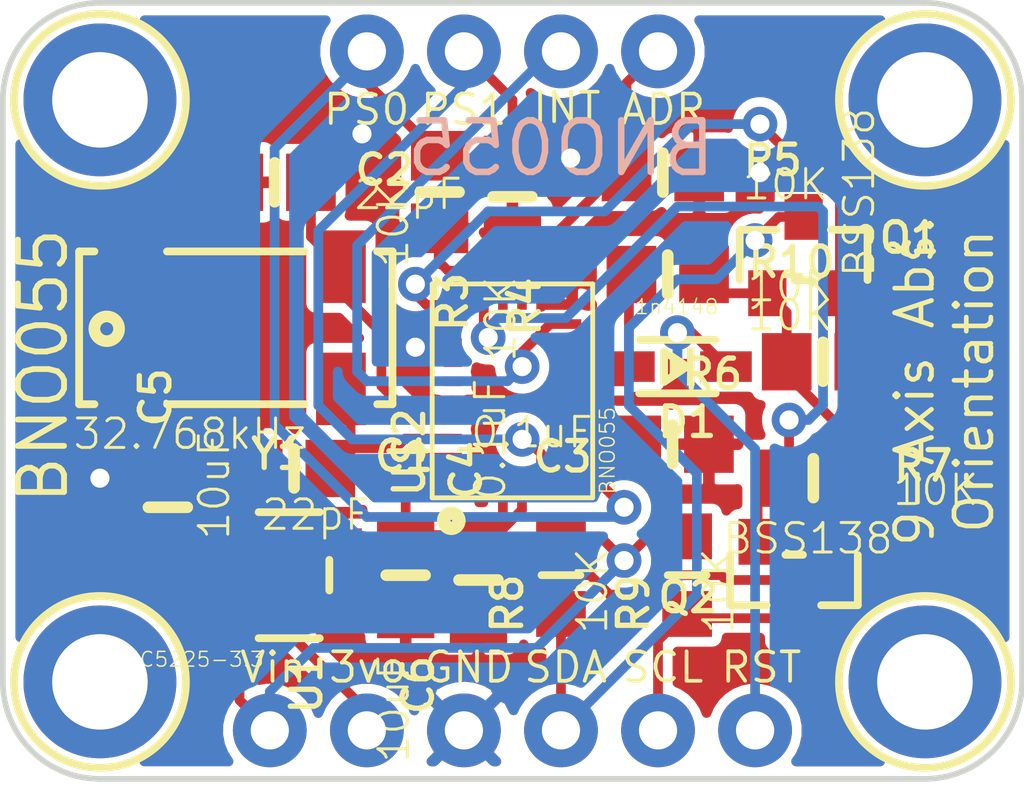
<source format=kicad_pcb>
(kicad_pcb (version 20171130) (host pcbnew no-vcs-found-5ca5783~61~ubuntu17.10.1)

  (general
    (thickness 1.6)
    (drawings 21)
    (tracks 202)
    (zones 0)
    (modules 26)
    (nets 17)
  )

  (page A4)
  (layers
    (0 Top signal)
    (31 Bottom signal)
    (32 B.Adhes user)
    (33 F.Adhes user hide)
    (34 B.Paste user)
    (35 F.Paste user hide)
    (36 B.SilkS user)
    (37 F.SilkS user)
    (38 B.Mask user)
    (39 F.Mask user hide)
    (40 Dwgs.User user hide)
    (41 Cmts.User user)
    (42 Eco1.User user)
    (43 Eco2.User user)
    (44 Edge.Cuts user)
    (45 Margin user)
    (46 B.CrtYd user)
    (47 F.CrtYd user hide)
    (48 B.Fab user)
    (49 F.Fab user hide)
  )

  (setup
    (last_trace_width 0.25)
    (trace_clearance 0.2)
    (zone_clearance 0.508)
    (zone_45_only no)
    (trace_min 0.2)
    (segment_width 0.2)
    (edge_width 0.15)
    (via_size 0.8)
    (via_drill 0.4)
    (via_min_size 0.4)
    (via_min_drill 0.3)
    (uvia_size 0.3)
    (uvia_drill 0.1)
    (uvias_allowed no)
    (uvia_min_size 0.2)
    (uvia_min_drill 0.1)
    (pcb_text_width 0.3)
    (pcb_text_size 1.5 1.5)
    (mod_edge_width 0.15)
    (mod_text_size 1 1)
    (mod_text_width 0.15)
    (pad_size 1.524 1.524)
    (pad_drill 0.762)
    (pad_to_mask_clearance 0)
    (aux_axis_origin 0 0)
    (visible_elements FFFFFF7F)
    (pcbplotparams
      (layerselection 0x010fc_ffffffff)
      (usegerberextensions false)
      (usegerberattributes false)
      (usegerberadvancedattributes false)
      (creategerberjobfile false)
      (excludeedgelayer true)
      (linewidth 0.100000)
      (plotframeref false)
      (viasonmask false)
      (mode 1)
      (useauxorigin false)
      (hpglpennumber 1)
      (hpglpenspeed 20)
      (hpglpendiameter 15)
      (psnegative false)
      (psa4output false)
      (plotreference true)
      (plotvalue true)
      (plotinvisibletext false)
      (padsonsilk false)
      (subtractmaskfromsilk false)
      (outputformat 1)
      (mirror false)
      (drillshape 1)
      (scaleselection 1)
      (outputdirectory ""))
  )

  (net 0 "")
  (net 1 PS1_3V)
  (net 2 PS0_3V)
  (net 3 NRESET_3V)
  (net 4 INT_3V)
  (net 5 GND)
  (net 6 I2CADDR_3V)
  (net 7 SDA_3V)
  (net 8 SCL_3V)
  (net 9 N$1)
  (net 10 N$2)
  (net 11 N$3)
  (net 12 5.0V)
  (net 13 SDA_5V)
  (net 14 SCL_5V)
  (net 15 3.3V)
  (net 16 RST_5V)

  (net_class Default "This is the default net class."
    (clearance 0.2)
    (trace_width 0.25)
    (via_dia 0.8)
    (via_drill 0.4)
    (uvia_dia 0.3)
    (uvia_drill 0.1)
    (add_net 3.3V)
    (add_net 5.0V)
    (add_net GND)
    (add_net I2CADDR_3V)
    (add_net INT_3V)
    (add_net N$1)
    (add_net N$2)
    (add_net N$3)
    (add_net NRESET_3V)
    (add_net PS0_3V)
    (add_net PS1_3V)
    (add_net RST_5V)
    (add_net SCL_3V)
    (add_net SCL_5V)
    (add_net SDA_3V)
    (add_net SDA_5V)
  )

  (module BNO055 (layer Top) (tedit 0) (tstamp 5A4ACC19)
    (at 148.5011 105.0036 90)
    (fp_text reference U$2 (at -2.84 -2.248 90) (layer F.SilkS)
      (effects (font (size 0.77216 0.77216) (thickness 0.138988)) (justify left bottom))
    )
    (fp_text value BNO055 (at -2.74 2.71 90) (layer F.SilkS)
      (effects (font (size 0.38608 0.38608) (thickness 0.038608)) (justify left bottom))
    )
    (fp_circle (center -3.4 -1.6) (end -3.2 -1.6) (layer F.SilkS) (width 0.35))
    (fp_line (start -2.8 2.1) (end -2.8 -2.1) (layer F.SilkS) (width 0.127))
    (fp_line (start 2.8 2.1) (end -2.8 2.1) (layer F.SilkS) (width 0.127))
    (fp_line (start 2.8 -2.1) (end 2.8 2.1) (layer F.SilkS) (width 0.127))
    (fp_line (start -2.8 -2.1) (end 2.8 -2.1) (layer F.SilkS) (width 0.127))
    (fp_line (start -2.6 1.9) (end -2.6 -1.9) (layer F.Fab) (width 0.127))
    (fp_line (start 2.6 1.9) (end -2.6 1.9) (layer F.Fab) (width 0.127))
    (fp_line (start 2.6 -1.9) (end 2.6 1.9) (layer F.Fab) (width 0.127))
    (fp_line (start -2.6 -1.9) (end 2.6 -1.9) (layer F.Fab) (width 0.127))
    (pad 28 smd rect (at -1.75 -1.5625 90) (size 0.25 0.475) (layers Top F.Paste F.Mask)
      (net 15 3.3V))
    (pad 27 smd rect (at -1.25 -1.5625 90) (size 0.25 0.475) (layers Top F.Paste F.Mask)
      (net 9 N$1))
    (pad 26 smd rect (at -0.75 -1.5625 90) (size 0.25 0.475) (layers Top F.Paste F.Mask)
      (net 10 N$2))
    (pad 25 smd rect (at -0.25 -1.5625 90) (size 0.25 0.475) (layers Top F.Paste F.Mask)
      (net 5 GND))
    (pad 24 smd rect (at 0.25 -1.5625 90) (size 0.25 0.475) (layers Top F.Paste F.Mask))
    (pad 23 smd rect (at 0.75 -1.5625 90) (size 0.25 0.475) (layers Top F.Paste F.Mask))
    (pad 22 smd rect (at 1.25 -1.5625 90) (size 0.25 0.475) (layers Top F.Paste F.Mask))
    (pad 21 smd rect (at 1.75 -1.5625 90) (size 0.25 0.475) (layers Top F.Paste F.Mask))
    (pad 20 smd rect (at 2.25 -1.5625 90) (size 0.25 0.475) (layers Top F.Paste F.Mask)
      (net 7 SDA_3V))
    (pad 19 smd rect (at 2.3125 -0.75 90) (size 0.375 0.25) (layers Top F.Paste F.Mask)
      (net 8 SCL_3V))
    (pad 18 smd rect (at 2.3125 -0.25 90) (size 0.375 0.25) (layers Top F.Paste F.Mask)
      (net 5 GND))
    (pad 17 smd rect (at 2.3125 0.25 90) (size 0.375 0.25) (layers Top F.Paste F.Mask)
      (net 6 I2CADDR_3V))
    (pad 16 smd rect (at 2.3125 0.75 90) (size 0.375 0.25) (layers Top F.Paste F.Mask)
      (net 5 GND))
    (pad 15 smd rect (at 2.25 1.5625 90) (size 0.25 0.475) (layers Top F.Paste F.Mask)
      (net 5 GND))
    (pad 14 smd rect (at 1.75 1.5625 90) (size 0.25 0.475) (layers Top F.Paste F.Mask)
      (net 4 INT_3V))
    (pad 13 smd rect (at 1.25 1.5625 90) (size 0.25 0.475) (layers Top F.Paste F.Mask))
    (pad 12 smd rect (at 0.75 1.5625 90) (size 0.25 0.475) (layers Top F.Paste F.Mask))
    (pad 11 smd rect (at 0.25 1.5625 90) (size 0.25 0.475) (layers Top F.Paste F.Mask)
      (net 3 NRESET_3V))
    (pad 10 smd rect (at -0.25 1.5625 90) (size 0.25 0.475) (layers Top F.Paste F.Mask)
      (net 5 GND))
    (pad 9 smd rect (at -0.75 1.5625 90) (size 0.25 0.475) (layers Top F.Paste F.Mask)
      (net 11 N$3))
    (pad 8 smd rect (at -1.25 1.5625 90) (size 0.25 0.475) (layers Top F.Paste F.Mask))
    (pad 7 smd rect (at -1.75 1.5625 90) (size 0.25 0.475) (layers Top F.Paste F.Mask))
    (pad 6 smd rect (at -2.25 1.5625 90) (size 0.25 0.475) (layers Top F.Paste F.Mask)
      (net 2 PS0_3V))
    (pad 5 smd rect (at -2.3125 0.75 90) (size 0.375 0.25) (layers Top F.Paste F.Mask)
      (net 1 PS1_3V))
    (pad 4 smd rect (at -2.3125 0.25 90) (size 0.375 0.25) (layers Top F.Paste F.Mask)
      (net 15 3.3V))
    (pad 3 smd rect (at -2.3125 -0.25 90) (size 0.375 0.25) (layers Top F.Paste F.Mask)
      (net 15 3.3V))
    (pad 2 smd rect (at -2.3125 -0.75 90) (size 0.375 0.25) (layers Top F.Paste F.Mask)
      (net 5 GND))
    (pad 1 smd rect (at -2.25 -1.5625 90) (size 0.25 0.475) (layers Top F.Paste F.Mask))
  )

  (module 0805-NO (layer Top) (tedit 0) (tstamp 5A4ACC41)
    (at 146.5961 99.7966 270)
    (fp_text reference R3 (at 2.032 0.127 90) (layer F.SilkS)
      (effects (font (size 0.77216 0.77216) (thickness 0.138988)) (justify right top))
    )
    (fp_text value 10K (at 2.032 0.762 90) (layer F.SilkS)
      (effects (font (size 0.77216 0.77216) (thickness 0.077216)) (justify left bottom))
    )
    (fp_line (start 0 -0.508) (end 0 0.508) (layer F.SilkS) (width 0.3048))
    (fp_poly (pts (xy 0.3556 0.7239) (xy 1.1057 0.7239) (xy 1.1057 -0.7262) (xy 0.3556 -0.7262)) (layer F.Fab) (width 0))
    (fp_poly (pts (xy -1.0922 0.7239) (xy -0.3421 0.7239) (xy -0.3421 -0.7262) (xy -1.0922 -0.7262)) (layer F.Fab) (width 0))
    (fp_line (start -0.356 0.66) (end 0.381 0.66) (layer F.Fab) (width 0.1016))
    (fp_line (start -0.381 -0.66) (end 0.381 -0.66) (layer F.Fab) (width 0.1016))
    (pad 2 smd rect (at 0.95 0 270) (size 1.3 1.5) (layers Top F.Paste F.Mask)
      (net 5 GND))
    (pad 1 smd rect (at -0.95 0 270) (size 1.3 1.5) (layers Top F.Paste F.Mask)
      (net 2 PS0_3V))
  )

  (module 0805-NO (layer Top) (tedit 0) (tstamp 5A4ACC4B)
    (at 148.5011 99.9236 270)
    (fp_text reference R4 (at 2.032 0.127 90) (layer F.SilkS)
      (effects (font (size 0.77216 0.77216) (thickness 0.138988)) (justify right top))
    )
    (fp_text value 10K (at 2.032 0.762 90) (layer F.SilkS)
      (effects (font (size 0.77216 0.77216) (thickness 0.077216)) (justify right top))
    )
    (fp_line (start 0 -0.508) (end 0 0.508) (layer F.SilkS) (width 0.3048))
    (fp_poly (pts (xy 0.3556 0.7239) (xy 1.1057 0.7239) (xy 1.1057 -0.7262) (xy 0.3556 -0.7262)) (layer F.Fab) (width 0))
    (fp_poly (pts (xy -1.0922 0.7239) (xy -0.3421 0.7239) (xy -0.3421 -0.7262) (xy -1.0922 -0.7262)) (layer F.Fab) (width 0))
    (fp_line (start -0.356 0.66) (end 0.381 0.66) (layer F.Fab) (width 0.1016))
    (fp_line (start -0.381 -0.66) (end 0.381 -0.66) (layer F.Fab) (width 0.1016))
    (pad 2 smd rect (at 0.95 0 270) (size 1.3 1.5) (layers Top F.Paste F.Mask)
      (net 5 GND))
    (pad 1 smd rect (at -0.95 0 270) (size 1.3 1.5) (layers Top F.Paste F.Mask)
      (net 1 PS1_3V))
  )

  (module 0805-NO (layer Top) (tedit 0) (tstamp 5A4ACC55)
    (at 152.4381 99.2886)
    (fp_text reference R5 (at 2.032 0.127) (layer F.SilkS)
      (effects (font (size 0.77216 0.77216) (thickness 0.138988)) (justify left bottom))
    )
    (fp_text value 10K (at 2.032 0.762) (layer F.SilkS)
      (effects (font (size 0.77216 0.77216) (thickness 0.077216)) (justify left bottom))
    )
    (fp_line (start 0 -0.508) (end 0 0.508) (layer F.SilkS) (width 0.3048))
    (fp_poly (pts (xy 0.3556 0.7239) (xy 1.1057 0.7239) (xy 1.1057 -0.7262) (xy 0.3556 -0.7262)) (layer F.Fab) (width 0))
    (fp_poly (pts (xy -1.0922 0.7239) (xy -0.3421 0.7239) (xy -0.3421 -0.7262) (xy -1.0922 -0.7262)) (layer F.Fab) (width 0))
    (fp_line (start -0.356 0.66) (end 0.381 0.66) (layer F.Fab) (width 0.1016))
    (fp_line (start -0.381 -0.66) (end 0.381 -0.66) (layer F.Fab) (width 0.1016))
    (pad 2 smd rect (at 0.95 0) (size 1.3 1.5) (layers Top F.Paste F.Mask)
      (net 5 GND))
    (pad 1 smd rect (at -0.95 0) (size 1.3 1.5) (layers Top F.Paste F.Mask)
      (net 6 I2CADDR_3V))
  )

  (module 0805-NO (layer Top) (tedit 0) (tstamp 5A4ACC5F)
    (at 156.6291 104.2416 180)
    (fp_text reference R6 (at 2.032 0.127) (layer F.SilkS)
      (effects (font (size 0.77216 0.77216) (thickness 0.138988)) (justify right top))
    )
    (fp_text value 10K (at 2.032 0.762) (layer F.SilkS)
      (effects (font (size 0.77216 0.77216) (thickness 0.077216)) (justify left bottom))
    )
    (fp_line (start 0 -0.508) (end 0 0.508) (layer F.SilkS) (width 0.3048))
    (fp_poly (pts (xy 0.3556 0.7239) (xy 1.1057 0.7239) (xy 1.1057 -0.7262) (xy 0.3556 -0.7262)) (layer F.Fab) (width 0))
    (fp_poly (pts (xy -1.0922 0.7239) (xy -0.3421 0.7239) (xy -0.3421 -0.7262) (xy -1.0922 -0.7262)) (layer F.Fab) (width 0))
    (fp_line (start -0.356 0.66) (end 0.381 0.66) (layer F.Fab) (width 0.1016))
    (fp_line (start -0.381 -0.66) (end 0.381 -0.66) (layer F.Fab) (width 0.1016))
    (pad 2 smd rect (at 0.95 0 180) (size 1.3 1.5) (layers Top F.Paste F.Mask)
      (net 15 3.3V))
    (pad 1 smd rect (at -0.95 0 180) (size 1.3 1.5) (layers Top F.Paste F.Mask)
      (net 7 SDA_3V))
  )

  (module 0805-NO (layer Top) (tedit 0) (tstamp 5A4ACC69)
    (at 156.3751 107.2896)
    (fp_text reference R7 (at 2.032 0.127) (layer F.SilkS)
      (effects (font (size 0.77216 0.77216) (thickness 0.138988)) (justify left bottom))
    )
    (fp_text value 10K (at 2.032 0.762) (layer F.SilkS)
      (effects (font (size 0.77216 0.77216) (thickness 0.077216)) (justify left bottom))
    )
    (fp_line (start 0 -0.508) (end 0 0.508) (layer F.SilkS) (width 0.3048))
    (fp_poly (pts (xy 0.3556 0.7239) (xy 1.1057 0.7239) (xy 1.1057 -0.7262) (xy 0.3556 -0.7262)) (layer F.Fab) (width 0))
    (fp_poly (pts (xy -1.0922 0.7239) (xy -0.3421 0.7239) (xy -0.3421 -0.7262) (xy -1.0922 -0.7262)) (layer F.Fab) (width 0))
    (fp_line (start -0.356 0.66) (end 0.381 0.66) (layer F.Fab) (width 0.1016))
    (fp_line (start -0.381 -0.66) (end 0.381 -0.66) (layer F.Fab) (width 0.1016))
    (pad 2 smd rect (at 0.95 0) (size 1.3 1.5) (layers Top F.Paste F.Mask)
      (net 15 3.3V))
    (pad 1 smd rect (at -0.95 0) (size 1.3 1.5) (layers Top F.Paste F.Mask)
      (net 8 SCL_3V))
  )

  (module CRYSTAL_8X3.8 (layer Top) (tedit 0) (tstamp 5A4ACC73)
    (at 141.2621 103.3526 180)
    (descr "<p>8.0x3.8x2.5mm SMT Crystal</p>\n<p>Source: http://www.abracon.com/Resonators/abs25.pdf</p>")
    (fp_text reference Y1 (at -1.9 -2.854) (layer F.SilkS)
      (effects (font (size 0.77216 0.77216) (thickness 0.138988)) (justify right top))
    )
    (fp_text value 32.768kHz (at -1.9 -2.327) (layer F.SilkS)
      (effects (font (size 0.77216 0.77216) (thickness 0.077216)) (justify right top))
    )
    (fp_circle (center 3.3782 -0.0254) (end 3.701487 -0.0254) (layer F.SilkS) (width 0.3048))
    (fp_line (start 4.1 2) (end 3.7 2) (layer F.SilkS) (width 0.2032))
    (fp_line (start 4.1 -2) (end 4.1 2) (layer F.SilkS) (width 0.2032))
    (fp_line (start 3.7 -2) (end 4.1 -2) (layer F.SilkS) (width 0.2032))
    (fp_line (start -1.8 -2) (end 1.8 -2) (layer F.SilkS) (width 0.2032))
    (fp_line (start -1.8 2) (end 1.8 2) (layer F.SilkS) (width 0.2032))
    (fp_line (start -4.1 2) (end -3.7 2) (layer F.SilkS) (width 0.2032))
    (fp_line (start -4.1 -2) (end -4.1 2) (layer F.SilkS) (width 0.2032))
    (fp_line (start -3.7 -2) (end -4.1 -2) (layer F.SilkS) (width 0.2032))
    (fp_line (start 3.75 1.5) (end -3.25 1.5) (layer F.Fab) (width 0.2032))
    (fp_line (start 3.75 -1.5) (end 3.75 1.5) (layer F.Fab) (width 0.2032))
    (fp_line (start -3.25 -1.5) (end 3.75 -1.5) (layer F.Fab) (width 0.2032))
    (fp_line (start -3.25 1.5) (end -3.25 0.75) (layer F.Fab) (width 0.2032))
    (fp_line (start -4 1.75) (end -3.25 1.5) (layer F.Fab) (width 0.2032))
    (fp_line (start -3.25 -1.5) (end -3.25 -0.75) (layer F.Fab) (width 0.2032))
    (fp_line (start -4 -1.75) (end -3.25 -1.5) (layer F.Fab) (width 0.2032))
    (fp_circle (center -2.75 1.25) (end -2.5 1.25) (layer F.Fab) (width 0.2032))
    (fp_circle (center -2.75 -1.25) (end -2.5 -1.25) (layer F.Fab) (width 0.2032))
    (fp_line (start -2.75 0.5) (end -2.75 1.25) (layer F.Fab) (width 0.2032))
    (fp_line (start -2.75 -0.5) (end -2.75 -1.25) (layer F.Fab) (width 0.2032))
    (fp_line (start -2.75 0.5) (end -2 0.5) (layer F.Fab) (width 0.2032))
    (fp_line (start -3.5 0.5) (end -2.75 0.5) (layer F.Fab) (width 0.2032))
    (fp_line (start -2.75 -0.5) (end -2 -0.5) (layer F.Fab) (width 0.2032))
    (fp_line (start -3.5 -0.5) (end -2.75 -0.5) (layer F.Fab) (width 0.2032))
    (fp_line (start -3.5 0.25) (end -3.5 -0.25) (layer F.Fab) (width 0.2032))
    (fp_line (start -2 0.25) (end -3.5 0.25) (layer F.Fab) (width 0.2032))
    (fp_line (start -2 -0.25) (end -2 0.25) (layer F.Fab) (width 0.2032))
    (fp_line (start -3.5 -0.25) (end -2 -0.25) (layer F.Fab) (width 0.2032))
    (fp_line (start -4 -1.75) (end -4 -1.9) (layer F.Fab) (width 0.2032))
    (fp_line (start -4 1.75) (end -4 -1.75) (layer F.Fab) (width 0.2032))
    (fp_line (start -4 1.9) (end -4 1.75) (layer F.Fab) (width 0.2032))
    (fp_line (start 4 1.9) (end -4 1.9) (layer F.Fab) (width 0.2032))
    (fp_line (start 4 -1.9) (end 4 1.9) (layer F.Fab) (width 0.2032))
    (fp_line (start -4 -1.9) (end 4 -1.9) (layer F.Fab) (width 0.2032))
    (pad P$4 smd rect (at -2.75 -1.6 180) (size 1.3 1.9) (layers Top F.Paste F.Mask)
      (net 9 N$1))
    (pad P$3 smd rect (at 2.75 -1.6 180) (size 1.3 1.9) (layers Top F.Paste F.Mask))
    (pad P$2 smd rect (at 2.75 1.6 180) (size 1.3 1.9) (layers Top F.Paste F.Mask))
    (pad P$1 smd rect (at -2.75 1.6 180) (size 1.3 1.9) (layers Top F.Paste F.Mask)
      (net 10 N$2))
  )

  (module 0805-NO (layer Top) (tedit 0) (tstamp 5A4ACC9C)
    (at 142.7861 107.0356)
    (fp_text reference C1 (at 2.032 0.127) (layer F.SilkS)
      (effects (font (size 0.77216 0.77216) (thickness 0.138988)) (justify left bottom))
    )
    (fp_text value 22pF (at 2.032 0.762) (layer F.SilkS)
      (effects (font (size 0.77216 0.77216) (thickness 0.077216)) (justify right top))
    )
    (fp_line (start 0 -0.508) (end 0 0.508) (layer F.SilkS) (width 0.3048))
    (fp_poly (pts (xy 0.3556 0.7239) (xy 1.1057 0.7239) (xy 1.1057 -0.7262) (xy 0.3556 -0.7262)) (layer F.Fab) (width 0))
    (fp_poly (pts (xy -1.0922 0.7239) (xy -0.3421 0.7239) (xy -0.3421 -0.7262) (xy -1.0922 -0.7262)) (layer F.Fab) (width 0))
    (fp_line (start -0.356 0.66) (end 0.381 0.66) (layer F.Fab) (width 0.1016))
    (fp_line (start -0.381 -0.66) (end 0.381 -0.66) (layer F.Fab) (width 0.1016))
    (pad 2 smd rect (at 0.95 0) (size 1.3 1.5) (layers Top F.Paste F.Mask)
      (net 9 N$1))
    (pad 1 smd rect (at -0.95 0) (size 1.3 1.5) (layers Top F.Paste F.Mask)
      (net 5 GND))
  )

  (module 0805-NO (layer Top) (tedit 0) (tstamp 5A4ACCA6)
    (at 142.2781 99.5426)
    (fp_text reference C2 (at 2.032 0.127) (layer F.SilkS)
      (effects (font (size 0.77216 0.77216) (thickness 0.138988)) (justify left bottom))
    )
    (fp_text value 22pF (at 2.032 0.762) (layer F.SilkS)
      (effects (font (size 0.77216 0.77216) (thickness 0.077216)) (justify left bottom))
    )
    (fp_line (start 0 -0.508) (end 0 0.508) (layer F.SilkS) (width 0.3048))
    (fp_poly (pts (xy 0.3556 0.7239) (xy 1.1057 0.7239) (xy 1.1057 -0.7262) (xy 0.3556 -0.7262)) (layer F.Fab) (width 0))
    (fp_poly (pts (xy -1.0922 0.7239) (xy -0.3421 0.7239) (xy -0.3421 -0.7262) (xy -1.0922 -0.7262)) (layer F.Fab) (width 0))
    (fp_line (start -0.356 0.66) (end 0.381 0.66) (layer F.Fab) (width 0.1016))
    (fp_line (start -0.381 -0.66) (end 0.381 -0.66) (layer F.Fab) (width 0.1016))
    (pad 2 smd rect (at 0.95 0) (size 1.3 1.5) (layers Top F.Paste F.Mask)
      (net 10 N$2))
    (pad 1 smd rect (at -0.95 0) (size 1.3 1.5) (layers Top F.Paste F.Mask)
      (net 5 GND))
  )

  (module 0805-NO (layer Top) (tedit 0) (tstamp 5A4ACCB0)
    (at 152.6921 106.4006 180)
    (fp_text reference C3 (at 2.032 0.127) (layer F.SilkS)
      (effects (font (size 0.77216 0.77216) (thickness 0.138988)) (justify right top))
    )
    (fp_text value 0.1uF (at 2.032 0.762) (layer F.SilkS)
      (effects (font (size 0.77216 0.77216) (thickness 0.077216)) (justify right top))
    )
    (fp_line (start 0 -0.508) (end 0 0.508) (layer F.SilkS) (width 0.3048))
    (fp_poly (pts (xy 0.3556 0.7239) (xy 1.1057 0.7239) (xy 1.1057 -0.7262) (xy 0.3556 -0.7262)) (layer F.Fab) (width 0))
    (fp_poly (pts (xy -1.0922 0.7239) (xy -0.3421 0.7239) (xy -0.3421 -0.7262) (xy -1.0922 -0.7262)) (layer F.Fab) (width 0))
    (fp_line (start -0.356 0.66) (end 0.381 0.66) (layer F.Fab) (width 0.1016))
    (fp_line (start -0.381 -0.66) (end 0.381 -0.66) (layer F.Fab) (width 0.1016))
    (pad 2 smd rect (at 0.95 0 180) (size 1.3 1.5) (layers Top F.Paste F.Mask)
      (net 11 N$3))
    (pad 1 smd rect (at -0.95 0 180) (size 1.3 1.5) (layers Top F.Paste F.Mask)
      (net 5 GND))
  )

  (module 0805_10MGAP (layer Top) (tedit 0) (tstamp 5A4ACCBA)
    (at 147.6121 109.9566 90)
    (fp_text reference C4 (at 2.032 0.127 90) (layer F.SilkS)
      (effects (font (size 0.77216 0.77216) (thickness 0.138988)) (justify left bottom))
    )
    (fp_text value 0.1uF (at 2.032 0.762 90) (layer F.SilkS)
      (effects (font (size 0.77216 0.77216) (thickness 0.077216)) (justify left bottom))
    )
    (fp_line (start 0 -0.508) (end 0 0.508) (layer F.SilkS) (width 0.3048))
    (fp_poly (pts (xy 0.3556 0.7239) (xy 1.1057 0.7239) (xy 1.1057 -0.7262) (xy 0.3556 -0.7262)) (layer F.Fab) (width 0))
    (fp_poly (pts (xy -1.0922 0.7239) (xy -0.3421 0.7239) (xy -0.3421 -0.7262) (xy -1.0922 -0.7262)) (layer F.Fab) (width 0))
    (fp_line (start -0.356 0.66) (end 0.381 0.66) (layer F.Fab) (width 0.1016))
    (fp_line (start -0.381 -0.66) (end 0.381 -0.66) (layer F.Fab) (width 0.1016))
    (pad 2 smd rect (at 1.05 0 90) (size 1.2 1.5) (layers Top F.Paste F.Mask)
      (net 15 3.3V))
    (pad 1 smd rect (at -1.05 0 90) (size 1.2 1.5) (layers Top F.Paste F.Mask)
      (net 5 GND))
  )

  (module SOT23-WIDE (layer Top) (tedit 0) (tstamp 5A4ACCE4)
    (at 156.1211 101.4476)
    (fp_text reference Q1 (at 1.905 0) (layer F.SilkS)
      (effects (font (size 0.77216 0.77216) (thickness 0.138988)) (justify left bottom))
    )
    (fp_text value BSS138 (at 1.905 0.635 90) (layer F.SilkS)
      (effects (font (size 0.77216 0.77216) (thickness 0.077216)) (justify left bottom))
    )
    (fp_poly (pts (xy -1.1684 1.2954) (xy -0.7112 1.2954) (xy -0.7112 0.7112) (xy -1.1684 0.7112)) (layer F.Fab) (width 0))
    (fp_poly (pts (xy 0.7112 1.2954) (xy 1.1684 1.2954) (xy 1.1684 0.7112) (xy 0.7112 0.7112)) (layer F.Fab) (width 0))
    (fp_poly (pts (xy -0.2286 -0.7112) (xy 0.2286 -0.7112) (xy 0.2286 -1.2954) (xy -0.2286 -1.2954)) (layer F.Fab) (width 0))
    (fp_line (start 0.2224 0.6604) (end -0.2364 0.6604) (layer F.SilkS) (width 0.2032))
    (fp_line (start 0.7136 -0.6604) (end 1.6724 -0.6604) (layer F.SilkS) (width 0.2032))
    (fp_line (start 1.6724 -0.6604) (end 1.6724 0.6524) (layer F.SilkS) (width 0.2032))
    (fp_line (start -1.6724 -0.6604) (end -0.7136 -0.6604) (layer F.SilkS) (width 0.2032))
    (fp_line (start -1.6724 0.6524) (end -1.6724 -0.6604) (layer F.SilkS) (width 0.2032))
    (fp_line (start -1.5724 -0.6604) (end 1.5724 -0.6604) (layer F.Fab) (width 0.2032))
    (fp_line (start -1.5724 0.6604) (end -1.5724 -0.6604) (layer F.Fab) (width 0.2032))
    (fp_line (start 1.5724 0.6604) (end -1.5724 0.6604) (layer F.Fab) (width 0.1524))
    (fp_line (start 1.5724 -0.6604) (end 1.5724 0.6604) (layer F.Fab) (width 0.2032))
    (pad 1 smd rect (at -0.95 1) (size 1 1.2) (layers Top F.Paste F.Mask)
      (net 15 3.3V))
    (pad 2 smd rect (at 0.95 1) (size 1 1.2) (layers Top F.Paste F.Mask)
      (net 7 SDA_3V))
    (pad 3 smd rect (at 0 -1) (size 1 1.2) (layers Top F.Paste F.Mask)
      (net 13 SDA_5V))
  )

  (module SOT23-WIDE (layer Top) (tedit 0) (tstamp 5A4ACCF6)
    (at 155.8671 109.9566 180)
    (fp_text reference Q2 (at 1.905 0) (layer F.SilkS)
      (effects (font (size 0.77216 0.77216) (thickness 0.138988)) (justify right top))
    )
    (fp_text value BSS138 (at 1.905 0.635) (layer F.SilkS)
      (effects (font (size 0.77216 0.77216) (thickness 0.077216)) (justify left bottom))
    )
    (fp_poly (pts (xy -1.1684 1.2954) (xy -0.7112 1.2954) (xy -0.7112 0.7112) (xy -1.1684 0.7112)) (layer F.Fab) (width 0))
    (fp_poly (pts (xy 0.7112 1.2954) (xy 1.1684 1.2954) (xy 1.1684 0.7112) (xy 0.7112 0.7112)) (layer F.Fab) (width 0))
    (fp_poly (pts (xy -0.2286 -0.7112) (xy 0.2286 -0.7112) (xy 0.2286 -1.2954) (xy -0.2286 -1.2954)) (layer F.Fab) (width 0))
    (fp_line (start 0.2224 0.6604) (end -0.2364 0.6604) (layer F.SilkS) (width 0.2032))
    (fp_line (start 0.7136 -0.6604) (end 1.6724 -0.6604) (layer F.SilkS) (width 0.2032))
    (fp_line (start 1.6724 -0.6604) (end 1.6724 0.6524) (layer F.SilkS) (width 0.2032))
    (fp_line (start -1.6724 -0.6604) (end -0.7136 -0.6604) (layer F.SilkS) (width 0.2032))
    (fp_line (start -1.6724 0.6524) (end -1.6724 -0.6604) (layer F.SilkS) (width 0.2032))
    (fp_line (start -1.5724 -0.6604) (end 1.5724 -0.6604) (layer F.Fab) (width 0.2032))
    (fp_line (start -1.5724 0.6604) (end -1.5724 -0.6604) (layer F.Fab) (width 0.2032))
    (fp_line (start 1.5724 0.6604) (end -1.5724 0.6604) (layer F.Fab) (width 0.1524))
    (fp_line (start 1.5724 -0.6604) (end 1.5724 0.6604) (layer F.Fab) (width 0.2032))
    (pad 1 smd rect (at -0.95 1 180) (size 1 1.2) (layers Top F.Paste F.Mask)
      (net 15 3.3V))
    (pad 2 smd rect (at 0.95 1 180) (size 1 1.2) (layers Top F.Paste F.Mask)
      (net 8 SCL_3V))
    (pad 3 smd rect (at 0 -1 180) (size 1 1.2) (layers Top F.Paste F.Mask)
      (net 14 SCL_5V))
  )

  (module _0805MP (layer Top) (tedit 0) (tstamp 5A4ACD08)
    (at 149.7711 109.8296 90)
    (descr "<b>0805 MicroPitch</b>")
    (fp_text reference R8 (at -1.5875 -0.9525 90) (layer F.SilkS)
      (effects (font (size 0.77216 0.77216) (thickness 0.138988)) (justify left bottom))
    )
    (fp_text value 10K (at -1.5875 1.27 90) (layer F.SilkS)
      (effects (font (size 0.77216 0.77216) (thickness 0.077216)) (justify left bottom))
    )
    (fp_poly (pts (xy -0.1999 0.5001) (xy 0.1999 0.5001) (xy 0.1999 -0.5001) (xy -0.1999 -0.5001)) (layer F.Adhes) (width 0))
    (fp_poly (pts (xy -1 0.65) (xy -0.4168 0.65) (xy -0.4168 -0.65) (xy -1 -0.65)) (layer F.Fab) (width 0))
    (fp_poly (pts (xy 0.4064 0.65) (xy 1 0.65) (xy 1 -0.65) (xy 0.4064 -0.65)) (layer F.Fab) (width 0))
    (fp_line (start 0 -0.508) (end 0 0.508) (layer F.SilkS) (width 0.2032))
    (fp_line (start -0.51 0.535) (end 0.51 0.535) (layer F.Fab) (width 0.1016))
    (fp_line (start -0.51 -0.535) (end 0.51 -0.535) (layer F.Fab) (width 0.1016))
    (pad 2 smd rect (at 1.016 0 90) (size 1.2 1.3) (layers Top F.Paste F.Mask)
      (net 12 5.0V))
    (pad 1 smd rect (at -1.016 0 90) (size 1.2 1.3) (layers Top F.Paste F.Mask)
      (net 13 SDA_5V))
  )

  (module _0805MP (layer Top) (tedit 0) (tstamp 5A4ACD13)
    (at 153.0731 109.8296 90)
    (descr "<b>0805 MicroPitch</b>")
    (fp_text reference R9 (at -1.5875 -0.9525 90) (layer F.SilkS)
      (effects (font (size 0.77216 0.77216) (thickness 0.138988)) (justify left bottom))
    )
    (fp_text value 10K (at -1.5875 1.27 90) (layer F.SilkS)
      (effects (font (size 0.77216 0.77216) (thickness 0.077216)) (justify left bottom))
    )
    (fp_poly (pts (xy -0.1999 0.5001) (xy 0.1999 0.5001) (xy 0.1999 -0.5001) (xy -0.1999 -0.5001)) (layer F.Adhes) (width 0))
    (fp_poly (pts (xy -1 0.65) (xy -0.4168 0.65) (xy -0.4168 -0.65) (xy -1 -0.65)) (layer F.Fab) (width 0))
    (fp_poly (pts (xy 0.4064 0.65) (xy 1 0.65) (xy 1 -0.65) (xy 0.4064 -0.65)) (layer F.Fab) (width 0))
    (fp_line (start 0 -0.508) (end 0 0.508) (layer F.SilkS) (width 0.2032))
    (fp_line (start -0.51 0.535) (end 0.51 0.535) (layer F.Fab) (width 0.1016))
    (fp_line (start -0.51 -0.535) (end 0.51 -0.535) (layer F.Fab) (width 0.1016))
    (pad 2 smd rect (at 1.016 0 90) (size 1.2 1.3) (layers Top F.Paste F.Mask)
      (net 12 5.0V))
    (pad 1 smd rect (at -1.016 0 90) (size 1.2 1.3) (layers Top F.Paste F.Mask)
      (net 14 SCL_5V))
  )

  (module SOT23-5 (layer Top) (tedit 0) (tstamp 5A4ACD1E)
    (at 142.6591 109.8296 270)
    (descr "<b>Small Outline Transistor</b> - 5 Pin")
    (fp_text reference U1 (at 1.978 0 90) (layer F.SilkS)
      (effects (font (size 0.77216 0.77216) (thickness 0.138988)) (justify right top))
    )
    (fp_text value MIC5225-3.3 (at 1.978 0.635) (layer F.SilkS)
      (effects (font (size 0.38608 0.38608) (thickness 0.038608)) (justify right top))
    )
    (fp_line (start -0.4 -1.05) (end 0.4 -1.05) (layer F.SilkS) (width 0.2032))
    (fp_poly (pts (xy -1.2 -0.85) (xy -0.7 -0.85) (xy -0.7 -1.5) (xy -1.2 -1.5)) (layer F.Fab) (width 0))
    (fp_poly (pts (xy 0.7 -0.85) (xy 1.2 -0.85) (xy 1.2 -1.5) (xy 0.7 -1.5)) (layer F.Fab) (width 0))
    (fp_poly (pts (xy 0.7 1.5) (xy 1.2 1.5) (xy 1.2 0.85) (xy 0.7 0.85)) (layer F.Fab) (width 0))
    (fp_poly (pts (xy -0.25 1.5) (xy 0.25 1.5) (xy 0.25 0.85) (xy -0.25 0.85)) (layer F.Fab) (width 0))
    (fp_poly (pts (xy -1.2 1.5) (xy -0.7 1.5) (xy -0.7 0.85) (xy -1.2 0.85)) (layer F.Fab) (width 0))
    (fp_line (start 1.65 -0.8) (end 1.65 0.8) (layer F.SilkS) (width 0.2032))
    (fp_line (start -1.65 -0.8) (end -1.65 0.8) (layer F.SilkS) (width 0.2032))
    (fp_line (start -1.4224 -0.8104) (end 1.4224 -0.8104) (layer F.Fab) (width 0.2032))
    (fp_line (start -1.4224 0.8104) (end -1.4224 -0.8104) (layer F.Fab) (width 0.2032))
    (fp_line (start 1.4224 0.8104) (end -1.4224 0.8104) (layer F.Fab) (width 0.2032))
    (fp_line (start 1.4224 -0.8104) (end 1.4224 0.8104) (layer F.Fab) (width 0.2032))
    (pad 5 smd rect (at -0.95 -1.3001 270) (size 0.55 1.2) (layers Top F.Paste F.Mask)
      (net 15 3.3V))
    (pad 4 smd rect (at 0.95 -1.3001 270) (size 0.55 1.2) (layers Top F.Paste F.Mask))
    (pad 3 smd rect (at 0.95 1.3001 270) (size 0.55 1.2) (layers Top F.Paste F.Mask)
      (net 12 5.0V))
    (pad 2 smd rect (at 0 1.3001 270) (size 0.55 1.2) (layers Top F.Paste F.Mask)
      (net 5 GND))
    (pad 1 smd rect (at -0.95 1.3001 270) (size 0.55 1.2) (layers Top F.Paste F.Mask)
      (net 12 5.0V))
  )

  (module 0805-NO (layer Top) (tedit 0) (tstamp 5A4ACD32)
    (at 139.4841 108.0516 90)
    (fp_text reference C5 (at 2.032 0.127 90) (layer F.SilkS)
      (effects (font (size 0.77216 0.77216) (thickness 0.138988)) (justify left bottom))
    )
    (fp_text value 10uF (at 2.032 0.762 90) (layer F.SilkS)
      (effects (font (size 0.77216 0.77216) (thickness 0.077216)) (justify right top))
    )
    (fp_line (start 0 -0.508) (end 0 0.508) (layer F.SilkS) (width 0.3048))
    (fp_poly (pts (xy 0.3556 0.7239) (xy 1.1057 0.7239) (xy 1.1057 -0.7262) (xy 0.3556 -0.7262)) (layer F.Fab) (width 0))
    (fp_poly (pts (xy -1.0922 0.7239) (xy -0.3421 0.7239) (xy -0.3421 -0.7262) (xy -1.0922 -0.7262)) (layer F.Fab) (width 0))
    (fp_line (start -0.356 0.66) (end 0.381 0.66) (layer F.Fab) (width 0.1016))
    (fp_line (start -0.381 -0.66) (end 0.381 -0.66) (layer F.Fab) (width 0.1016))
    (pad 2 smd rect (at 0.95 0 90) (size 1.3 1.5) (layers Top F.Paste F.Mask)
      (net 5 GND))
    (pad 1 smd rect (at -0.95 0 90) (size 1.3 1.5) (layers Top F.Paste F.Mask)
      (net 12 5.0V))
  )

  (module 0805_10MGAP (layer Top) (tedit 0) (tstamp 5A4ACD3C)
    (at 145.7071 109.8296 270)
    (fp_text reference C6 (at 2.032 0.127 90) (layer F.SilkS)
      (effects (font (size 0.77216 0.77216) (thickness 0.138988)) (justify right top))
    )
    (fp_text value 10uF (at 2.032 0.762 90) (layer F.SilkS)
      (effects (font (size 0.77216 0.77216) (thickness 0.077216)) (justify right top))
    )
    (fp_line (start 0 -0.508) (end 0 0.508) (layer F.SilkS) (width 0.3048))
    (fp_poly (pts (xy 0.3556 0.7239) (xy 1.1057 0.7239) (xy 1.1057 -0.7262) (xy 0.3556 -0.7262)) (layer F.Fab) (width 0))
    (fp_poly (pts (xy -1.0922 0.7239) (xy -0.3421 0.7239) (xy -0.3421 -0.7262) (xy -1.0922 -0.7262)) (layer F.Fab) (width 0))
    (fp_line (start -0.356 0.66) (end 0.381 0.66) (layer F.Fab) (width 0.1016))
    (fp_line (start -0.381 -0.66) (end 0.381 -0.66) (layer F.Fab) (width 0.1016))
    (pad 2 smd rect (at 1.05 0 270) (size 1.2 1.5) (layers Top F.Paste F.Mask)
      (net 5 GND))
    (pad 1 smd rect (at -1.05 0 270) (size 1.2 1.5) (layers Top F.Paste F.Mask)
      (net 15 3.3V))
  )

  (module 0805-NO (layer Top) (tedit 0) (tstamp 5A4ACD46)
    (at 152.5651 101.9556)
    (fp_text reference R10 (at 2.032 0.127) (layer F.SilkS)
      (effects (font (size 0.77216 0.77216) (thickness 0.138988)) (justify left bottom))
    )
    (fp_text value 10K (at 2.032 0.762) (layer F.SilkS)
      (effects (font (size 0.77216 0.77216) (thickness 0.077216)) (justify left bottom))
    )
    (fp_line (start 0 -0.508) (end 0 0.508) (layer F.SilkS) (width 0.3048))
    (fp_poly (pts (xy 0.3556 0.7239) (xy 1.1057 0.7239) (xy 1.1057 -0.7262) (xy 0.3556 -0.7262)) (layer F.Fab) (width 0))
    (fp_poly (pts (xy -1.0922 0.7239) (xy -0.3421 0.7239) (xy -0.3421 -0.7262) (xy -1.0922 -0.7262)) (layer F.Fab) (width 0))
    (fp_line (start -0.356 0.66) (end 0.381 0.66) (layer F.Fab) (width 0.1016))
    (fp_line (start -0.381 -0.66) (end 0.381 -0.66) (layer F.Fab) (width 0.1016))
    (pad 2 smd rect (at 0.95 0) (size 1.3 1.5) (layers Top F.Paste F.Mask)
      (net 15 3.3V))
    (pad 1 smd rect (at -0.95 0) (size 1.3 1.5) (layers Top F.Paste F.Mask)
      (net 3 NRESET_3V))
  )

  (module MOUNTINGHOLE_2.5_PLATED_THICK (layer Top) (tedit 0) (tstamp 5A4ACD50)
    (at 137.7061 97.3836)
    (fp_text reference U$29 (at 0 0) (layer F.SilkS) hide
      (effects (font (size 1.27 1.27) (thickness 0.15)))
    )
    (fp_text value MOUNTINGHOLE2.5_THICK (at 0 0) (layer F.SilkS) hide
      (effects (font (size 1.27 1.27) (thickness 0.15)))
    )
    (fp_circle (center 0 0) (end 1.25 0) (layer Dwgs.User) (width 2.032))
    (fp_circle (center 0 0) (end 1.25 0) (layer Dwgs.User) (width 2.032))
    (fp_circle (center 0 0) (end 1.25 0) (layer Dwgs.User) (width 2.032))
    (fp_circle (center 0 0) (end 1.25 0) (layer Dwgs.User) (width 2.032))
    (fp_circle (center 0 0) (end 2.25 0) (layer F.SilkS) (width 0.2032))
    (pad P$1 thru_hole circle (at 0 0) (size 4 4) (drill 2.5) (layers *.Cu *.Mask))
  )

  (module MOUNTINGHOLE_2.5_PLATED_THICK (layer Top) (tedit 0) (tstamp 5A4ACD59)
    (at 137.7061 112.6236)
    (fp_text reference U$30 (at 0 0) (layer F.SilkS) hide
      (effects (font (size 1.27 1.27) (thickness 0.15)))
    )
    (fp_text value MOUNTINGHOLE2.5_THICK (at 0 0) (layer F.SilkS) hide
      (effects (font (size 1.27 1.27) (thickness 0.15)))
    )
    (fp_circle (center 0 0) (end 1.25 0) (layer Dwgs.User) (width 2.032))
    (fp_circle (center 0 0) (end 1.25 0) (layer Dwgs.User) (width 2.032))
    (fp_circle (center 0 0) (end 1.25 0) (layer Dwgs.User) (width 2.032))
    (fp_circle (center 0 0) (end 1.25 0) (layer Dwgs.User) (width 2.032))
    (fp_circle (center 0 0) (end 2.25 0) (layer F.SilkS) (width 0.2032))
    (pad P$1 thru_hole circle (at 0 0) (size 4 4) (drill 2.5) (layers *.Cu *.Mask))
  )

  (module 1X06_ROUND_76 (layer Top) (tedit 0) (tstamp 5A4ACD62)
    (at 148.5011 113.8936)
    (fp_text reference JP1 (at -7.6962 -1.8288) (layer F.SilkS) hide
      (effects (font (size 0.77216 0.77216) (thickness 0.146304)) (justify left bottom))
    )
    (fp_text value "" (at -7.62 1.905) (layer F.SilkS)
      (effects (font (size 0.38608 0.38608) (thickness 0.038608)) (justify left bottom))
    )
    (fp_poly (pts (xy 6.096 0.254) (xy 6.604 0.254) (xy 6.604 -0.254) (xy 6.096 -0.254)) (layer F.Fab) (width 0))
    (fp_poly (pts (xy -6.604 0.254) (xy -6.096 0.254) (xy -6.096 -0.254) (xy -6.604 -0.254)) (layer F.Fab) (width 0))
    (fp_poly (pts (xy -4.064 0.254) (xy -3.556 0.254) (xy -3.556 -0.254) (xy -4.064 -0.254)) (layer F.Fab) (width 0))
    (fp_poly (pts (xy -1.524 0.254) (xy -1.016 0.254) (xy -1.016 -0.254) (xy -1.524 -0.254)) (layer F.Fab) (width 0))
    (fp_poly (pts (xy 1.016 0.254) (xy 1.524 0.254) (xy 1.524 -0.254) (xy 1.016 -0.254)) (layer F.Fab) (width 0))
    (fp_poly (pts (xy 3.556 0.254) (xy 4.064 0.254) (xy 4.064 -0.254) (xy 3.556 -0.254)) (layer F.Fab) (width 0))
    (fp_line (start -7.62 -0.635) (end -7.62 0.635) (layer F.Fab) (width 0.2032))
    (pad 6 thru_hole circle (at 6.35 0 90) (size 1.9304 1.9304) (drill 1) (layers *.Cu *.Mask)
      (net 16 RST_5V))
    (pad 5 thru_hole circle (at 3.81 0 90) (size 1.9304 1.9304) (drill 1) (layers *.Cu *.Mask)
      (net 14 SCL_5V))
    (pad 4 thru_hole circle (at 1.27 0 90) (size 1.9304 1.9304) (drill 1) (layers *.Cu *.Mask)
      (net 13 SDA_5V))
    (pad 3 thru_hole circle (at -1.27 0 90) (size 1.9304 1.9304) (drill 1) (layers *.Cu *.Mask)
      (net 5 GND))
    (pad 2 thru_hole circle (at -3.81 0 90) (size 1.9304 1.9304) (drill 1) (layers *.Cu *.Mask)
      (net 15 3.3V))
    (pad 1 thru_hole circle (at -6.35 0 90) (size 1.9304 1.9304) (drill 1) (layers *.Cu *.Mask)
      (net 12 5.0V))
  )

  (module 1X04_ROUND_76 (layer Top) (tedit 0) (tstamp 5A4ACD72)
    (at 148.5011 96.1136)
    (fp_text reference JP2 (at -5.1562 -1.8288) (layer F.SilkS) hide
      (effects (font (size 0.77216 0.77216) (thickness 0.146304)) (justify left bottom))
    )
    (fp_text value "" (at -5.08 3.175) (layer F.SilkS)
      (effects (font (size 0.38608 0.38608) (thickness 0.038608)) (justify left bottom))
    )
    (fp_poly (pts (xy 3.556 0.254) (xy 4.064 0.254) (xy 4.064 -0.254) (xy 3.556 -0.254)) (layer F.Fab) (width 0))
    (fp_poly (pts (xy -4.064 0.254) (xy -3.556 0.254) (xy -3.556 -0.254) (xy -4.064 -0.254)) (layer F.Fab) (width 0))
    (fp_poly (pts (xy -1.524 0.254) (xy -1.016 0.254) (xy -1.016 -0.254) (xy -1.524 -0.254)) (layer F.Fab) (width 0))
    (fp_poly (pts (xy 1.016 0.254) (xy 1.524 0.254) (xy 1.524 -0.254) (xy 1.016 -0.254)) (layer F.Fab) (width 0))
    (fp_line (start -5.08 -0.635) (end -5.08 0.635) (layer F.Fab) (width 0.2032))
    (pad 4 thru_hole circle (at 3.81 0 90) (size 1.9304 1.9304) (drill 1) (layers *.Cu *.Mask)
      (net 6 I2CADDR_3V))
    (pad 3 thru_hole circle (at 1.27 0 90) (size 1.9304 1.9304) (drill 1) (layers *.Cu *.Mask)
      (net 4 INT_3V))
    (pad 2 thru_hole circle (at -1.27 0 90) (size 1.9304 1.9304) (drill 1) (layers *.Cu *.Mask)
      (net 1 PS1_3V))
    (pad 1 thru_hole circle (at -3.81 0 90) (size 1.9304 1.9304) (drill 1) (layers *.Cu *.Mask)
      (net 2 PS0_3V))
  )

  (module MOUNTINGHOLE_2.5_PLATED_THICK (layer Top) (tedit 0) (tstamp 5A4ACD7E)
    (at 159.2961 97.3836)
    (fp_text reference U$31 (at 0 0) (layer F.SilkS) hide
      (effects (font (size 1.27 1.27) (thickness 0.15)))
    )
    (fp_text value MOUNTINGHOLE2.5_THICK (at 0 0) (layer F.SilkS) hide
      (effects (font (size 1.27 1.27) (thickness 0.15)))
    )
    (fp_circle (center 0 0) (end 1.25 0) (layer Dwgs.User) (width 2.032))
    (fp_circle (center 0 0) (end 1.25 0) (layer Dwgs.User) (width 2.032))
    (fp_circle (center 0 0) (end 1.25 0) (layer Dwgs.User) (width 2.032))
    (fp_circle (center 0 0) (end 1.25 0) (layer Dwgs.User) (width 2.032))
    (fp_circle (center 0 0) (end 2.25 0) (layer F.SilkS) (width 0.2032))
    (pad P$1 thru_hole circle (at 0 0) (size 4 4) (drill 2.5) (layers *.Cu *.Mask))
  )

  (module MOUNTINGHOLE_2.5_PLATED_THICK (layer Top) (tedit 0) (tstamp 5A4ACD87)
    (at 159.2961 112.6236)
    (fp_text reference U$32 (at 0 0) (layer F.SilkS) hide
      (effects (font (size 1.27 1.27) (thickness 0.15)))
    )
    (fp_text value MOUNTINGHOLE2.5_THICK (at 0 0) (layer F.SilkS) hide
      (effects (font (size 1.27 1.27) (thickness 0.15)))
    )
    (fp_circle (center 0 0) (end 1.25 0) (layer Dwgs.User) (width 2.032))
    (fp_circle (center 0 0) (end 1.25 0) (layer Dwgs.User) (width 2.032))
    (fp_circle (center 0 0) (end 1.25 0) (layer Dwgs.User) (width 2.032))
    (fp_circle (center 0 0) (end 1.25 0) (layer Dwgs.User) (width 2.032))
    (fp_circle (center 0 0) (end 2.25 0) (layer F.SilkS) (width 0.2032))
    (pad P$1 thru_hole circle (at 0 0) (size 4 4) (drill 2.5) (layers *.Cu *.Mask))
  )

  (module SOD-323 (layer Top) (tedit 0) (tstamp 5A4ACD90)
    (at 152.8191 104.3686 180)
    (descr "<b>SOD323</b> (2.5x1.2mm)")
    (fp_text reference D1 (at -1.1 -1) (layer F.SilkS)
      (effects (font (size 0.77216 0.77216) (thickness 0.138988)) (justify right top))
    )
    (fp_text value 1n4148 (at -1.1 1.792) (layer F.SilkS)
      (effects (font (size 0.38608 0.38608) (thickness 0.038608)) (justify right top))
    )
    (fp_poly (pts (xy -0.1 0) (xy 0.2 -0.2) (xy 0.2 0.2)) (layer F.SilkS) (width 0))
    (fp_poly (pts (xy -0.45 0.5) (xy -0.25 0.5) (xy -0.25 -0.5) (xy -0.45 -0.5)) (layer F.SilkS) (width 0))
    (fp_line (start 0.35 0.4) (end -0.25 0) (layer F.SilkS) (width 0.2032))
    (fp_line (start 0.35 -0.4) (end 0.35 0.4) (layer F.SilkS) (width 0.2032))
    (fp_line (start -0.25 0) (end 0.35 -0.4) (layer F.SilkS) (width 0.2032))
    (fp_line (start -1 0.7) (end -1 -0.7) (layer F.Fab) (width 0.2032))
    (fp_line (start 1 0.7) (end -1 0.7) (layer F.SilkS) (width 0.2032))
    (fp_line (start 1 -0.7) (end 1 0.7) (layer F.Fab) (width 0.2032))
    (fp_line (start -1 -0.7) (end 1 -0.7) (layer F.SilkS) (width 0.2032))
    (pad A smd rect (at 1.27 0 180) (size 1.35 0.8) (layers Top F.Paste F.Mask)
      (net 3 NRESET_3V))
    (pad C smd rect (at -1.27 0 180) (size 1.35 0.8) (layers Top F.Paste F.Mask)
      (net 16 RST_5V))
  )

  (gr_line (start 137.7061 94.8436) (end 159.2961 94.8436) (layer Edge.Cuts) (width 0.15) (tstamp 55E22F8CEAA0))
  (gr_arc (start 159.2961 97.3836) (end 159.2961 94.8436) (angle 90) (layer Edge.Cuts) (width 0.15) (tstamp 55E22F8CEEF0))
  (gr_line (start 161.8361 97.3836) (end 161.8361 112.6236) (layer Edge.Cuts) (width 0.15) (tstamp 55E23006F060))
  (gr_arc (start 159.2961 112.6236) (end 161.8361 112.6236) (angle 90) (layer Edge.Cuts) (width 0.15) (tstamp 55E23006B540))
  (gr_line (start 159.2961 115.1636) (end 137.7061 115.1636) (layer Edge.Cuts) (width 0.15) (tstamp 55E23006BA40))
  (gr_arc (start 137.7061 112.6236) (end 137.7061 115.1636) (angle 90) (layer Edge.Cuts) (width 0.15) (tstamp 55E2300EAAE0))
  (gr_line (start 135.1661 112.6236) (end 135.1661 97.3836) (layer Edge.Cuts) (width 0.15) (tstamp 55E2300EC000))
  (gr_arc (start 137.7061 97.3836) (end 135.1661 97.3836) (angle 90) (layer Edge.Cuts) (width 0.15) (tstamp 55E2300EC440))
  (gr_text BNO055 (at 136.2161 104.3466 90) (layer F.SilkS) (tstamp 55E230006630)
    (effects (font (size 1.2065 1.2065) (thickness 0.1524)))
  )
  (gr_text Vin (at 142.2401 112.2426) (layer F.SilkS) (tstamp 55E22FF21CF0)
    (effects (font (size 0.77216 0.77216) (thickness 0.097536)))
  )
  (gr_text GND (at 147.3531 112.2426) (layer F.SilkS) (tstamp 55E22FF222C0)
    (effects (font (size 0.77216 0.77216) (thickness 0.097536)))
  )
  (gr_text SDA (at 149.8931 112.2426) (layer F.SilkS) (tstamp 55E23006FC70)
    (effects (font (size 0.77216 0.77216) (thickness 0.097536)))
  )
  (gr_text SCL (at 152.4331 112.2426) (layer F.SilkS) (tstamp 55E230240620)
    (effects (font (size 0.77216 0.77216) (thickness 0.097536)))
  )
  (gr_text INT (at 149.9241 97.5896) (layer F.SilkS) (tstamp 55E22F207A60)
    (effects (font (size 0.77216 0.77216) (thickness 0.097536)))
  )
  (gr_text RST (at 155.0131 112.2426) (layer F.SilkS) (tstamp 55E22F208020)
    (effects (font (size 0.77216 0.77216) (thickness 0.097536)))
  )
  (gr_text PS0 (at 144.6861 97.6376) (layer F.SilkS) (tstamp 55E22F2085D0)
    (effects (font (size 0.77216 0.77216) (thickness 0.097536)))
  )
  (gr_text PS1 (at 147.2261 97.6376) (layer F.SilkS) (tstamp 55E22FFB5800)
    (effects (font (size 0.77216 0.77216) (thickness 0.097536)))
  )
  (gr_text 3vo (at 144.7131 112.2426) (layer F.SilkS) (tstamp 55E22FFB5DB0)
    (effects (font (size 0.77216 0.77216) (thickness 0.097536)))
  )
  (gr_text ADR (at 152.4471 97.6376) (layer F.SilkS) (tstamp 55E22FFB6350)
    (effects (font (size 0.77216 0.77216) (thickness 0.097536)))
  )
  (gr_text "9-Axis Abs.\nOrientation" (at 159.8041 104.7496 90) (layer F.SilkS) (tstamp 55E22F0AE010)
    (effects (font (size 0.9652 0.9652) (thickness 0.12192)))
  )
  (gr_text BNO055 (at 149.7711 98.6536) (layer B.SilkS) (tstamp 55E22F0AE7D0)
    (effects (font (size 1.35128 1.35128) (thickness 0.170688)) (justify mirror))
  )

  (segment (start 147.2311 96.1136) (end 148.5011 97.3836) (width 0.254) (layer Top) (net 1) (tstamp 55E2332BA1C0))
  (segment (start 148.5011 97.3836) (end 148.5011 98.9736) (width 0.254) (layer Top) (net 1) (tstamp 55E2332BA6E0))
  (segment (start 149.2511 107.3161) (end 149.2511 106.6426) (width 0.254) (layer Top) (net 1) (tstamp 55E2332BABA0))
  (segment (start 149.2511 106.6426) (end 148.8821 106.2736) (width 0.254) (layer Top) (net 1) (tstamp 55E2332BB070))
  (segment (start 148.8821 106.2736) (end 148.7551 106.2736) (width 0.254) (layer Top) (net 1) (tstamp 55E2332BB530))
  (via (at 148.7551 106.2736) (size 0.9064) (drill 0.5) (layers Top Bottom) (net 1) (tstamp 55E2332BBA10))
  (segment (start 148.7551 106.2736) (end 144.3101 106.2736) (width 0.254) (layer Bottom) (net 1) (tstamp 55E2332BBD70))
  (segment (start 144.3101 106.2736) (end 143.4211 105.3846) (width 0.254) (layer Bottom) (net 1) (tstamp 55E2332BC160))
  (segment (start 143.4211 105.3846) (end 143.4211 100.8126) (width 0.254) (layer Bottom) (net 1) (tstamp 55E2332BC600))
  (segment (start 143.4211 100.8126) (end 147.2311 97.0026) (width 0.254) (layer Bottom) (net 1) (tstamp 55E2332BCA80))
  (segment (start 147.2311 97.0026) (end 147.2311 96.1136) (width 0.254) (layer Bottom) (net 1) (tstamp 55E2332BCF20))
  (segment (start 144.6911 96.1136) (end 144.6911 96.9416) (width 0.254) (layer Top) (net 2) (tstamp 55E2332BDBA0))
  (segment (start 144.6911 96.9416) (end 146.5961 98.8466) (width 0.254) (layer Top) (net 2) (tstamp 55E2332BE0B0))
  (segment (start 150.0636 107.2536) (end 150.6241 107.2536) (width 0.254) (layer Top) (net 2) (tstamp 55E2332BE570))
  (via (at 151.4221 108.0516) (size 0.9064) (drill 0.5) (layers Top Bottom) (net 2) (tstamp 55E2332BEA30))
  (segment (start 144.6911 96.1136) (end 144.6911 96.2406) (width 0.254) (layer Bottom) (net 2) (tstamp 55E2332BED60))
  (segment (start 144.6911 96.2406) (end 142.2781 98.6536) (width 0.254) (layer Bottom) (net 2) (tstamp 55E2332BF240))
  (segment (start 142.2781 98.6536) (end 142.2781 105.8926) (width 0.254) (layer Bottom) (net 2) (tstamp 55E2332BF6F0))
  (segment (start 142.2781 105.8926) (end 144.6911 108.3056) (width 0.254) (layer Bottom) (net 2) (tstamp 55E2332BFB90))
  (segment (start 144.6911 108.3056) (end 151.1681 108.3056) (width 0.254) (layer Bottom) (net 2) (tstamp 55E2332C0030))
  (segment (start 151.1681 108.3056) (end 151.4221 108.0516) (width 0.254) (layer Bottom) (net 2) (tstamp 55E2332C04E0))
  (segment (start 150.6241 107.2536) (end 151.4221 108.0516) (width 0.254) (layer Top) (net 2) (tstamp 55E2332C09A0))
  (segment (start 150.0636 104.7536) (end 151.4181 104.7536) (width 0.254) (layer Top) (net 3) (tstamp 55E2332C15D0))
  (segment (start 151.4181 104.7536) (end 151.5491 104.6226) (width 0.254) (layer Top) (net 3) (tstamp 55E2332C1AF0))
  (segment (start 151.5491 104.6226) (end 151.5491 104.3686) (width 0.254) (layer Top) (net 3) (tstamp 55E2332C1FC0))
  (segment (start 151.6151 101.9556) (end 151.5491 101.8896) (width 0.254) (layer Top) (net 3) (tstamp 55E2332C24A0))
  (segment (start 151.5491 101.8896) (end 151.5491 104.3686) (width 0.254) (layer Top) (net 3) (tstamp 55E2332C2980))
  (segment (start 150.0636 103.2536) (end 149.4891 103.2536) (width 0.254) (layer Top) (net 4) (tstamp 55E2332C33C0))
  (segment (start 149.4891 103.2536) (end 148.7551 103.9876) (width 0.254) (layer Top) (net 4) (tstamp 55E2332C38E0))
  (segment (start 148.7551 103.9876) (end 148.7551 104.3686) (width 0.254) (layer Top) (net 4) (tstamp 55E2332C3DB0))
  (via (at 148.7551 104.3686) (size 0.9064) (drill 0.5) (layers Top Bottom) (net 4) (tstamp 55E2332C4290))
  (segment (start 144.6911 104.7496) (end 148.3741 104.7496) (width 0.254) (layer Bottom) (net 4) (tstamp 55E2332C45D0))
  (segment (start 148.3741 104.7496) (end 148.7551 104.3686) (width 0.254) (layer Bottom) (net 4) (tstamp 55E2332C4AD0))
  (segment (start 144.4371 101.1936) (end 149.5171 96.1136) (width 0.254) (layer Bottom) (net 4) (tstamp 55E2332C4FB0))
  (segment (start 149.5171 96.1136) (end 149.7711 96.1136) (width 0.254) (layer Bottom) (net 4) (tstamp 55E2332C5460))
  (segment (start 144.6911 104.7496) (end 144.4371 104.4956) (width 0.254) (layer Bottom) (net 4) (tstamp 55E2332C5920))
  (segment (start 144.4371 104.4956) (end 144.4371 101.1936) (width 0.254) (layer Bottom) (net 4) (tstamp 55E2332C5DE0))
  (segment (start 146.558 101.6) (end 146.5961 101.5619) (width 0.25) (layer Top) (net 5))
  (segment (start 146.5961 101.5619) (end 146.5961 100.7466) (width 0.25) (layer Top) (net 5))
  (segment (start 146.812 101.854) (end 146.558 101.6) (width 0.25) (layer Top) (net 5))
  (segment (start 147.8035 101.854) (end 146.812 101.854) (width 0.25) (layer Top) (net 5))
  (segment (start 148.2511 102.6911) (end 148.2511 102.108) (width 0.254) (layer Top) (net 5))
  (segment (start 148.2511 102.108) (end 148.2511 101.1236) (width 0.254) (layer Top) (net 5))
  (segment (start 148.2511 102.108) (end 148.0575 102.108) (width 0.25) (layer Top) (net 5))
  (segment (start 148.0575 102.108) (end 147.8035 101.854) (width 0.25) (layer Top) (net 5))
  (segment (start 147.7511 107.3161) (end 147.7511 105.6506) (width 0.254) (layer Top) (net 5) (tstamp 55E2332C9E10))
  (segment (start 147.7511 105.6506) (end 147.4216 105.3211) (width 0.254) (layer Top) (net 5) (tstamp 55E2332CA340))
  (segment (start 147.4216 105.3211) (end 147.3541 105.2536) (width 0.254) (layer Top) (net 5) (tstamp 55E2332CA810))
  (segment (start 147.3541 105.2536) (end 146.9386 105.2536) (width 0.254) (layer Top) (net 5) (tstamp 55E2332CACE0))
  (segment (start 148.2511 101.1236) (end 148.5011 100.8736) (width 0.254) (layer Top) (net 5) (tstamp 55E2332CB670))
  (via (at 137.7061 107.2896) (size 0.9064) (drill 0.5) (layers Top Bottom) (net 5) (tstamp 55E2332CBB30))
  (via (at 144.5641 98.2726) (size 0.9064) (drill 0.5) (layers Top Bottom) (net 5) (tstamp 55E2332CBE50))
  (via (at 154.9781 99.2886) (size 0.9064) (drill 0.5) (layers Top Bottom) (net 5) (tstamp 55E2332CC1B0))
  (segment (start 149.2511 102.6911) (end 149.3136 102.7536) (width 0.254) (layer Top) (net 5) (tstamp 55E2332CC520))
  (segment (start 149.3136 102.7536) (end 150.0636 102.7536) (width 0.254) (layer Top) (net 5) (tstamp 55E2332CCA20))
  (segment (start 146.9386 105.2536) (end 146.4651 105.2536) (width 0.254) (layer Top) (net 5) (tstamp 55E2332CCEE0))
  (segment (start 146.4651 105.2536) (end 146.2151 105.0036) (width 0.254) (layer Top) (net 5) (tstamp 55E2332CD3A0))
  (segment (start 146.2151 105.0036) (end 146.2151 103.9876) (width 0.254) (layer Top) (net 5) (tstamp 55E2332CD860))
  (via (at 145.9611 103.8606) (size 0.9064) (drill 0.5) (layers Top Bottom) (net 5) (tstamp 55E2332CDD30))
  (segment (start 146.0881 103.6066) (end 145.9611 103.4796) (width 0.254) (layer Bottom) (net 5) (tstamp 55E2332CE070))
  (via (at 150.0251 98.9076) (size 0.9064) (drill 0.5) (layers Top Bottom) (net 5) (tstamp 55E2332CE580))
  (segment (start 150.0636 105.2536) (end 153.7041 105.2536) (width 0.254) (layer Top) (net 5) (tstamp 55E2332CE8C0))
  (segment (start 153.7041 105.2536) (end 153.7081 105.2576) (width 0.254) (layer Top) (net 5) (tstamp 55E2332CEDB0))
  (segment (start 153.7081 105.2576) (end 153.7081 106.3346) (width 0.254) (layer Top) (net 5) (tstamp 55E2332CF270))
  (segment (start 153.7081 106.3346) (end 153.6421 106.4006) (width 0.254) (layer Top) (net 5) (tstamp 55E2332CF730))
  (segment (start 150.0636 105.2536) (end 147.4891 105.2536) (width 0.254) (layer Top) (net 5) (tstamp 55E2332CFBF0))
  (segment (start 147.4891 105.2536) (end 147.4216 105.3211) (width 0.254) (layer Top) (net 5) (tstamp 55E2332D00B0))
  (segment (start 150.5331 101.0666) (end 150.9141 100.6856) (width 0.254) (layer Top) (net 5) (tstamp 55E2332D0580))
  (segment (start 153.0731 99.2886) (end 153.3881 99.2886) (width 0.254) (layer Top) (net 5) (tstamp 55E2332D0A60))
  (segment (start 149.3901 101.9556) (end 148.8821 101.9556) (width 0.254) (layer Top) (net 6) (tstamp 55E2332D16C0))
  (segment (start 148.8821 101.9556) (end 148.7511 102.0866) (width 0.254) (layer Top) (net 6) (tstamp 55E2332D1C00))
  (segment (start 148.7511 102.0866) (end 148.7511 102.6911) (width 0.254) (layer Top) (net 6) (tstamp 55E2332D20E0))
  (segment (start 149.3901 101.9556) (end 149.7711 101.5746) (width 0.254) (layer Top) (net 6) (tstamp 55E2332D25C0))
  (segment (start 149.7711 101.5746) (end 149.7711 100.7516) (width 0.254) (layer Top) (net 6) (tstamp 55E2332D2AA0))
  (segment (start 151.4881 99.2886) (end 151.4881 96.9366) (width 0.254) (layer Top) (net 6) (tstamp 55E2332D2F80))
  (segment (start 151.4881 96.9366) (end 152.3111 96.1136) (width 0.254) (layer Top) (net 6) (tstamp 55E2332D3460))
  (segment (start 149.7711 100.7516) (end 151.2341 99.2886) (width 0.254) (layer Top) (net 6) (tstamp 55E2332D3930))
  (segment (start 151.2341 99.2886) (end 151.4881 99.2886) (width 0.254) (layer Top) (net 6) (tstamp 55E2332D3E10))
  (segment (start 146.9386 102.7536) (end 146.2511 102.7536) (width 0.254) (layer Top) (net 7) (tstamp 55E2332D4A60))
  (segment (start 146.2511 102.7536) (end 145.9611 102.4636) (width 0.254) (layer Top) (net 7) (tstamp 55E2332D4F80))
  (segment (start 145.9611 102.4636) (end 145.9611 102.2096) (width 0.254) (layer Top) (net 7) (tstamp 55E2332D5440))
  (via (at 145.9611 102.2096) (size 0.9064) (drill 0.5) (layers Top Bottom) (net 7) (tstamp 55E2332D5910))
  (via (at 154.9781 98.0186) (size 0.9064) (drill 0.5) (layers Top Bottom) (net 7) (tstamp 55E2332D5C50))
  (segment (start 147.8661 100.3046) (end 145.9611 102.2096) (width 0.254) (layer Bottom) (net 7) (tstamp 55E2332D5FC0))
  (segment (start 147.8661 100.3046) (end 150.9141 100.3046) (width 0.254) (layer Bottom) (net 7) (tstamp 55E2332D64C0))
  (segment (start 150.9141 100.3046) (end 153.2001 98.0186) (width 0.254) (layer Bottom) (net 7) (tstamp 55E2332D6990))
  (segment (start 153.2001 98.0186) (end 154.9781 98.0186) (width 0.254) (layer Bottom) (net 7) (tstamp 55E2332D6E70))
  (segment (start 157.5791 104.2416) (end 157.0711 103.7336) (width 0.254) (layer Top) (net 7) (tstamp 55E2332D7350))
  (segment (start 157.0711 103.7336) (end 157.0711 102.4476) (width 0.254) (layer Top) (net 7) (tstamp 55E2332D7820))
  (segment (start 157.0711 102.4476) (end 157.0711 99.4766) (width 0.254) (layer Top) (net 7) (tstamp 55E2332D7CF0))
  (segment (start 157.0711 99.4766) (end 156.5021 98.9076) (width 0.254) (layer Top) (net 7) (tstamp 55E2332D81D0))
  (segment (start 156.5021 98.9076) (end 155.8671 98.9076) (width 0.254) (layer Top) (net 7) (tstamp 55E2332D86B0))
  (segment (start 155.8671 98.9076) (end 154.9781 98.0186) (width 0.254) (layer Top) (net 7) (tstamp 55E2332D8B90))
  (segment (start 147.7511 102.6911) (end 147.7511 103.4916) (width 0.254) (layer Top) (net 8) (tstamp 55E2332D97E0))
  (segment (start 147.7511 103.4916) (end 147.8661 103.6066) (width 0.254) (layer Top) (net 8) (tstamp 55E2332D9D20))
  (via (at 147.8661 103.6066) (size 0.9064) (drill 0.5) (layers Top Bottom) (net 8) (tstamp 55E2332DA1F0))
  (segment (start 147.8661 103.6066) (end 147.8661 103.3526) (width 0.254) (layer Bottom) (net 8) (tstamp 55E2332DA520))
  (segment (start 147.8661 103.3526) (end 148.1201 103.0986) (width 0.254) (layer Bottom) (net 8) (tstamp 55E2332DAA10))
  (segment (start 148.1201 103.0986) (end 149.8981 103.0986) (width 0.254) (layer Bottom) (net 8) (tstamp 55E2332DAEE0))
  (segment (start 149.8981 103.0986) (end 152.8191 100.1776) (width 0.254) (layer Bottom) (net 8) (tstamp 55E2332DB3C0))
  (segment (start 152.8191 100.1776) (end 156.5021 100.1776) (width 0.254) (layer Bottom) (net 8) (tstamp 55E2332DB8A0))
  (segment (start 156.5021 100.1776) (end 156.6291 100.3046) (width 0.254) (layer Bottom) (net 8) (tstamp 55E2332DBD80))
  (segment (start 156.6291 100.3046) (end 156.6291 105.3846) (width 0.254) (layer Bottom) (net 8) (tstamp 55E2332DC260))
  (segment (start 156.6291 105.3846) (end 156.2481 105.7656) (width 0.254) (layer Bottom) (net 8) (tstamp 55E2332DC730))
  (segment (start 156.2481 105.7656) (end 155.7401 105.7656) (width 0.254) (layer Bottom) (net 8) (tstamp 55E2332DCBF0))
  (via (at 155.7401 105.7656) (size 0.9064) (drill 0.5) (layers Top Bottom) (net 8) (tstamp 55E2332DD050))
  (segment (start 155.7401 105.7656) (end 155.7401 107.2236) (width 0.254) (layer Top) (net 8) (tstamp 55E2332DD3B0))
  (segment (start 155.7401 107.2236) (end 155.6741 107.2896) (width 0.254) (layer Top) (net 8) (tstamp 55E2332DD8A0))
  (segment (start 155.6741 107.2896) (end 155.4251 107.2896) (width 0.254) (layer Top) (net 8) (tstamp 55E2332DDD60))
  (segment (start 155.4251 107.2896) (end 154.9171 107.7976) (width 0.254) (layer Top) (net 8) (tstamp 55E2332DE220))
  (segment (start 154.9171 107.7976) (end 154.9171 108.9566) (width 0.254) (layer Top) (net 8) (tstamp 55E2332DE6E0))
  (segment (start 146.9386 106.2536) (end 145.6941 106.2536) (width 0.254) (layer Top) (net 9) (tstamp 55E2332DF320))
  (segment (start 144.2661 106.5056) (end 143.7361 107.0356) (width 0.254) (layer Top) (net 9) (tstamp 55E2332DF840))
  (segment (start 145.6941 106.2536) (end 145.4421 106.5056) (width 0.254) (layer Top) (net 9) (tstamp 55E2332DFCC0))
  (segment (start 145.4421 106.5056) (end 144.2661 106.5056) (width 0.254) (layer Top) (net 9) (tstamp 55E2332E0180))
  (segment (start 144.0121 104.9526) (end 144.2661 105.2066) (width 0.254) (layer Top) (net 9) (tstamp 55E2332E0610))
  (segment (start 144.2661 105.2066) (end 144.2661 106.5056) (width 0.254) (layer Top) (net 9) (tstamp 55E2332E0AA0))
  (segment (start 146.9386 105.7536) (end 145.9491 105.7536) (width 0.254) (layer Top) (net 10) (tstamp 55E2332E1640))
  (segment (start 145.9491 105.7536) (end 145.0721 104.8766) (width 0.254) (layer Top) (net 10) (tstamp 55E2332E1B60))
  (segment (start 145.0721 104.8766) (end 145.0721 103.4796) (width 0.254) (layer Top) (net 10) (tstamp 55E2332E2020))
  (segment (start 145.0721 103.4796) (end 144.0121 102.4196) (width 0.254) (layer Top) (net 10) (tstamp 55E2332E24E0))
  (segment (start 143.2281 100.9686) (end 143.2281 99.5426) (width 0.254) (layer Top) (net 10) (tstamp 55E2332E29A0))
  (segment (start 143.2281 100.9686) (end 144.0121 101.7526) (width 0.254) (layer Top) (net 10) (tstamp 55E2332E2E60))
  (segment (start 144.0121 102.4196) (end 144.0121 101.7526) (width 0.254) (layer Top) (net 10) (tstamp 55E2332E3320))
  (segment (start 150.0636 105.7536) (end 151.0951 105.7536) (width 0.254) (layer Top) (net 11) (tstamp 55E2332E3D10))
  (segment (start 151.0951 105.7536) (end 151.7421 106.4006) (width 0.254) (layer Top) (net 11) (tstamp 55E2332E4230))
  (segment (start 142.1511 113.8936) (end 141.359 113.1015) (width 0.254) (layer Top) (net 12) (tstamp 55E2332E5480))
  (segment (start 141.359 113.1015) (end 141.359 110.7796) (width 0.254) (layer Top) (net 12) (tstamp 55E2332E59A0))
  (segment (start 141.359 108.8796) (end 140.5611 108.8796) (width 0.254) (layer Top) (net 12) (tstamp 55E2332E5E70))
  (via (at 151.4221 109.4486) (size 0.9064) (drill 0.5) (layers Top Bottom) (net 12) (tstamp 55E2332E6320))
  (segment (start 151.4221 109.4486) (end 149.1361 111.7346) (width 0.254) (layer Bottom) (net 12) (tstamp 55E2332E6650))
  (segment (start 149.1361 111.7346) (end 143.2941 111.7346) (width 0.254) (layer Bottom) (net 12) (tstamp 55E2332E6B30))
  (segment (start 143.2941 111.7346) (end 142.1511 112.8776) (width 0.254) (layer Bottom) (net 12) (tstamp 55E2332E6FD0))
  (segment (start 142.1511 112.8776) (end 142.1511 113.8936) (width 0.254) (layer Bottom) (net 12) (tstamp 55E2332E7470))
  (segment (start 141.359 110.7796) (end 139.7991 110.7796) (width 0.254) (layer Top) (net 12) (tstamp 55E2332E7910))
  (segment (start 139.7991 110.7796) (end 139.4841 110.4646) (width 0.254) (layer Top) (net 12) (tstamp 55E2332E7DC0))
  (segment (start 139.4841 110.4646) (end 139.4841 109.0016) (width 0.254) (layer Top) (net 12) (tstamp 55E2332E8260))
  (segment (start 149.7711 108.8136) (end 150.7871 108.8136) (width 0.254) (layer Top) (net 12) (tstamp 55E2332E8700))
  (segment (start 150.7871 108.8136) (end 151.4221 109.4486) (width 0.254) (layer Top) (net 12) (tstamp 55E2332E8BC0))
  (segment (start 153.0731 108.8136) (end 152.0571 108.8136) (width 0.254) (layer Top) (net 12) (tstamp 55E2332E9080))
  (segment (start 152.0571 108.8136) (end 151.4221 109.4486) (width 0.254) (layer Top) (net 12) (tstamp 55E2332E9540))
  (segment (start 140.5611 108.8796) (end 140.4391 109.0016) (width 0.254) (layer Top) (net 12) (tstamp 55E2332E9A00))
  (segment (start 140.4391 109.0016) (end 139.4841 109.0016) (width 0.254) (layer Top) (net 12) (tstamp 55E2332E9EA0))
  (segment (start 149.7711 110.8456) (end 149.7711 113.8936) (width 0.254) (layer Top) (net 13) (tstamp 55E2332EAAB0))
  (segment (start 149.7711 113.8936) (end 153.3271 110.3376) (width 0.254) (layer Bottom) (net 13) (tstamp 55E2332EAFD0))
  (segment (start 153.3271 110.3376) (end 153.3271 107.1626) (width 0.254) (layer Bottom) (net 13) (tstamp 55E2332EB490))
  (segment (start 153.3271 107.1626) (end 151.5491 105.3846) (width 0.254) (layer Bottom) (net 13) (tstamp 55E2332EB950))
  (via (at 154.8511 101.0666) (size 0.9064) (drill 0.5) (layers Top Bottom) (net 13) (tstamp 55E2332EBE10))
  (segment (start 154.8511 101.0666) (end 155.4701 100.4476) (width 0.254) (layer Top) (net 13) (tstamp 55E2332EC150))
  (segment (start 155.4701 100.4476) (end 156.1211 100.4476) (width 0.254) (layer Top) (net 13) (tstamp 55E2332EC660))
  (segment (start 153.8351 102.0826) (end 154.8511 101.0666) (width 0.254) (layer Bottom) (net 13) (tstamp 55E2332ECB40))
  (segment (start 151.5491 105.3846) (end 151.5491 103.3526) (width 0.254) (layer Bottom) (net 13) (tstamp 55E2332ED020))
  (segment (start 151.5491 103.3526) (end 152.8191 102.0826) (width 0.254) (layer Bottom) (net 13) (tstamp 55E2332ED4F0))
  (segment (start 152.8191 102.0826) (end 153.8351 102.0826) (width 0.254) (layer Bottom) (net 13) (tstamp 55E2332ED9D0))
  (segment (start 152.3111 113.8936) (end 152.3111 111.5416) (width 0.254) (layer Top) (net 14) (tstamp 55E2332EE620))
  (segment (start 152.3111 111.5416) (end 153.0071 110.8456) (width 0.254) (layer Top) (net 14) (tstamp 55E2332EEB40))
  (segment (start 153.0071 110.8456) (end 153.0731 110.8456) (width 0.254) (layer Top) (net 14) (tstamp 55E2332EF000))
  (segment (start 153.0731 110.8456) (end 153.1841 110.9566) (width 0.254) (layer Top) (net 14) (tstamp 55E2332EF4C0))
  (segment (start 153.1841 110.9566) (end 155.8671 110.9566) (width 0.254) (layer Top) (net 14) (tstamp 55E2332EF980))
  (segment (start 148.2511 107.3161) (end 148.2511 108.6176) (width 0.254) (layer Top) (net 15) (tstamp 55E2332F1830))
  (segment (start 148.7511 107.3161) (end 148.7511 108.1176) (width 0.254) (layer Top) (net 15) (tstamp 55E2332F1D60))
  (segment (start 146.9386 106.7536) (end 146.1161 106.7536) (width 0.254) (layer Top) (net 15) (tstamp 55E2332F2230))
  (segment (start 146.1161 106.7536) (end 145.7071 107.1626) (width 0.254) (layer Top) (net 15) (tstamp 55E2332F26E0))
  (segment (start 145.7071 107.1626) (end 145.7071 108.7796) (width 0.254) (layer Top) (net 15) (tstamp 55E2332F2B90))
  (segment (start 157.1981 107.4166) (end 157.3251 107.2896) (width 0.254) (layer Top) (net 15) (tstamp 55E2332F3050))
  (segment (start 144.6911 113.8936) (end 144.6911 113.3856) (width 0.254) (layer Top) (net 15) (tstamp 55E2332F3510))
  (segment (start 144.6911 113.3856) (end 142.9131 111.6076) (width 0.254) (layer Top) (net 15) (tstamp 55E2332F39B0))
  (segment (start 142.9131 111.6076) (end 142.9131 110.2106) (width 0.254) (layer Top) (net 15) (tstamp 55E2332F3E50))
  (segment (start 142.9131 110.2106) (end 143.2941 109.8296) (width 0.254) (layer Top) (net 15) (tstamp 55E2332F42F0))
  (segment (start 143.2941 109.8296) (end 143.9592 109.1645) (width 0.254) (layer Top) (net 15) (tstamp 55E2332F4790))
  (segment (start 143.9592 109.1645) (end 143.9592 108.8796) (width 0.254) (layer Top) (net 15) (tstamp 55E2332F4C50))
  (segment (start 143.2941 109.8296) (end 150.5331 109.8296) (width 0.254) (layer Top) (net 15) (tstamp 55E2332F5120))
  (segment (start 150.5331 109.8296) (end 151.0411 110.3376) (width 0.254) (layer Top) (net 15) (tstamp 55E2332F55D0))
  (segment (start 151.0411 110.3376) (end 151.8031 110.3376) (width 0.254) (layer Top) (net 15) (tstamp 55E2332F5A90))
  (segment (start 151.8031 110.3376) (end 152.3111 109.8296) (width 0.254) (layer Top) (net 15) (tstamp 55E2332F5F50))
  (segment (start 152.3111 109.8296) (end 153.9621 109.8296) (width 0.254) (layer Top) (net 15) (tstamp 55E2332F6410))
  (segment (start 153.5151 101.9556) (end 154.0071 102.4476) (width 0.254) (layer Top) (net 15) (tstamp 55E2332F68D0))
  (segment (start 154.0071 102.4476) (end 155.1711 102.4476) (width 0.254) (layer Top) (net 15) (tstamp 55E2332F6DB0))
  (segment (start 155.1711 102.4476) (end 155.6791 102.9556) (width 0.254) (layer Top) (net 15) (tstamp 55E2332F7290))
  (segment (start 155.6791 102.9556) (end 155.6791 104.2416) (width 0.254) (layer Top) (net 15) (tstamp 55E2332F7770))
  (segment (start 143.9592 108.8796) (end 145.6071 108.8796) (width 0.254) (layer Top) (net 15) (tstamp 55E2332F7C50))
  (segment (start 145.6071 108.8796) (end 145.7071 108.7796) (width 0.254) (layer Top) (net 15) (tstamp 55E2332F8110))
  (segment (start 145.7071 108.7796) (end 147.4851 108.7796) (width 0.254) (layer Top) (net 15) (tstamp 55E2332F85D0))
  (segment (start 147.4851 108.7796) (end 147.6121 108.9066) (width 0.254) (layer Top) (net 15) (tstamp 55E2332F8A90))
  (segment (start 148.2511 108.6176) (end 148.7511 108.1176) (width 0.254) (layer Top) (net 15) (tstamp 55E2332F8F50))
  (segment (start 148.2511 108.6176) (end 147.9621 108.9066) (width 0.254) (layer Top) (net 15) (tstamp 55E2332F9410))
  (segment (start 147.9621 108.9066) (end 147.6121 108.9066) (width 0.254) (layer Top) (net 15) (tstamp 55E2332F98D0))
  (segment (start 157.3251 107.2896) (end 156.8171 107.7976) (width 0.254) (layer Top) (net 15) (tstamp 55E2332F9D90))
  (segment (start 156.8171 107.7976) (end 156.8171 108.9566) (width 0.254) (layer Top) (net 15) (tstamp 55E2332FA250))
  (segment (start 155.6791 104.2416) (end 155.6791 104.5616) (width 0.254) (layer Top) (net 15) (tstamp 55E2332FA710))
  (segment (start 155.6791 104.5616) (end 157.3251 106.2076) (width 0.254) (layer Top) (net 15) (tstamp 55E2332FABF0))
  (segment (start 157.3251 106.2076) (end 157.3251 107.2896) (width 0.254) (layer Top) (net 15) (tstamp 55E2332FB0C0))
  (segment (start 153.9621 109.8296) (end 154.0891 109.9566) (width 0.254) (layer Top) (net 15) (tstamp 55E2332FB580))
  (segment (start 154.0891 109.9566) (end 155.8671 109.9566) (width 0.254) (layer Top) (net 15) (tstamp 55E2332FBA40))
  (segment (start 155.8671 109.9566) (end 156.8171 109.0066) (width 0.254) (layer Top) (net 15) (tstamp 55E2332FBF00))
  (segment (start 156.8171 109.0066) (end 156.8171 108.9566) (width 0.254) (layer Top) (net 15) (tstamp 55E2332FC3C0))
  (segment (start 154.8511 113.8936) (end 154.8511 106.5276) (width 0.254) (layer Bottom) (net 16) (tstamp 55E2332FCDE0))
  (via (at 152.8191 103.4796) (size 0.9064) (drill 0.5) (layers Top Bottom) (net 16) (tstamp 55E2332FD300))
  (segment (start 154.8511 106.5276) (end 152.8191 104.4956) (width 0.254) (layer Bottom) (net 16) (tstamp 55E2332FD640))
  (segment (start 152.8191 104.4956) (end 152.8191 103.4796) (width 0.254) (layer Bottom) (net 16) (tstamp 55E2332FDB40))
  (segment (start 154.0891 104.3686) (end 153.2001 103.4796) (width 0.254) (layer Top) (net 16) (tstamp 55E2332FDFC0))
  (segment (start 153.2001 103.4796) (end 152.8191 103.4796) (width 0.254) (layer Top) (net 16) (tstamp 55E2332FE4E0))

  (zone (net 5) (net_name GND) (layer Bottom) (tstamp 55E2332C8700) (hatch edge 0.508)
    (priority 6)
    (connect_pads (clearance 0.254))
    (min_thickness 0.254)
    (fill yes (arc_segments 32) (thermal_gap 0.304) (thermal_bridge_width 0.304))
    (polygon
      (pts
        (xy 135.1661 94.8436) (xy 161.8361 94.8436) (xy 161.8361 115.1636) (xy 135.1661 115.1636)
      )
    )
    (filled_polygon
      (pts
        (xy 146.027974 96.731923) (xy 146.170987 96.953835) (xy 146.354379 97.143744) (xy 146.364501 97.150779) (xy 143.06189 100.45339)
        (xy 143.032124 100.489628) (xy 143.001942 100.525597) (xy 143.000654 100.527939) (xy 142.99896 100.530002) (xy 142.97679 100.571349)
        (xy 142.954179 100.612478) (xy 142.953372 100.615023) (xy 142.952109 100.617378) (xy 142.938384 100.66227) (xy 142.924201 100.706981)
        (xy 142.923903 100.709634) (xy 142.923122 100.71219) (xy 142.918376 100.758913) (xy 142.91315 100.805507) (xy 142.913113 100.810727)
        (xy 142.913103 100.810827) (xy 142.913112 100.810921) (xy 142.9131 100.8126) (xy 142.9131 105.3846) (xy 142.917679 105.431304)
        (xy 142.921769 105.478048) (xy 142.922514 105.480614) (xy 142.922775 105.483271) (xy 142.936327 105.528156) (xy 142.949429 105.573255)
        (xy 142.95066 105.575629) (xy 142.951431 105.578184) (xy 142.97344 105.619577) (xy 142.995055 105.661277) (xy 142.996723 105.663366)
        (xy 142.997976 105.665723) (xy 143.027652 105.702109) (xy 143.05691 105.738759) (xy 143.060573 105.742474) (xy 143.060638 105.742554)
        (xy 143.060712 105.742615) (xy 143.06189 105.74381) (xy 143.95089 106.63281) (xy 143.987128 106.662576) (xy 144.023097 106.692758)
        (xy 144.025439 106.694046) (xy 144.027502 106.69574) (xy 144.068831 106.7179) (xy 144.109978 106.740521) (xy 144.112526 106.741329)
        (xy 144.114879 106.742591) (xy 144.159756 106.756311) (xy 144.204481 106.770499) (xy 144.207134 106.770797) (xy 144.20969 106.771578)
        (xy 144.256413 106.776324) (xy 144.303007 106.78155) (xy 144.308227 106.781587) (xy 144.308327 106.781597) (xy 144.308421 106.781588)
        (xy 144.3101 106.7816) (xy 148.090016 106.7816) (xy 148.09818 106.794268) (xy 148.211823 106.911949) (xy 148.346158 107.005315)
        (xy 148.496071 107.07081) (xy 148.65585 107.105939) (xy 148.819409 107.109366) (xy 148.980518 107.080958) (xy 149.133042 107.021798)
        (xy 149.27117 106.934139) (xy 149.389641 106.821321) (xy 149.483942 106.68764) (xy 149.550482 106.538188) (xy 149.586726 106.378659)
        (xy 149.589335 106.191803) (xy 149.55756 106.031323) (xy 149.495218 105.880072) (xy 149.404686 105.74381) (xy 149.289412 105.627728)
        (xy 149.153785 105.536247) (xy 149.002973 105.472851) (xy 148.84272 105.439956) (xy 148.679129 105.438814) (xy 148.518431 105.469468)
        (xy 148.366749 105.530752) (xy 148.229858 105.620331) (xy 148.112974 105.734792) (xy 148.091879 105.7656) (xy 144.52052 105.7656)
        (xy 143.9291 105.17418) (xy 143.9291 104.4956) (xy 143.933679 104.542304) (xy 143.937769 104.589048) (xy 143.938514 104.591614)
        (xy 143.938775 104.594271) (xy 143.952327 104.639156) (xy 143.965429 104.684255) (xy 143.96666 104.686629) (xy 143.967431 104.689184)
        (xy 143.98944 104.730577) (xy 144.011055 104.772277) (xy 144.012723 104.774366) (xy 144.013976 104.776723) (xy 144.043652 104.813109)
        (xy 144.07291 104.849759) (xy 144.076573 104.853474) (xy 144.076638 104.853554) (xy 144.076712 104.853615) (xy 144.07789 104.85481)
        (xy 144.33189 105.10881) (xy 144.368128 105.138576) (xy 144.404097 105.168758) (xy 144.406439 105.170046) (xy 144.408502 105.17174)
        (xy 144.449849 105.19391) (xy 144.490978 105.216521) (xy 144.493523 105.217328) (xy 144.495878 105.218591) (xy 144.54077 105.232316)
        (xy 144.585481 105.246499) (xy 144.588134 105.246797) (xy 144.59069 105.247578) (xy 144.637418 105.252324) (xy 144.684007 105.25755)
        (xy 144.689225 105.257587) (xy 144.689326 105.257597) (xy 144.68942 105.257588) (xy 144.6911 105.2576) (xy 148.3741 105.2576)
        (xy 148.420804 105.253021) (xy 148.467548 105.248931) (xy 148.470114 105.248186) (xy 148.472771 105.247925) (xy 148.517656 105.234373)
        (xy 148.562755 105.221271) (xy 148.565129 105.22004) (xy 148.567684 105.219269) (xy 148.609077 105.19726) (xy 148.618024 105.192623)
        (xy 148.65585 105.200939) (xy 148.819409 105.204366) (xy 148.980518 105.175958) (xy 149.133042 105.116798) (xy 149.27117 105.029139)
        (xy 149.389641 104.916321) (xy 149.483942 104.78264) (xy 149.550482 104.633188) (xy 149.586726 104.473659) (xy 149.589335 104.286803)
        (xy 149.55756 104.126323) (xy 149.495218 103.975072) (xy 149.404686 103.83881) (xy 149.289412 103.722728) (xy 149.153785 103.631247)
        (xy 149.095153 103.6066) (xy 149.8981 103.6066) (xy 149.944804 103.602021) (xy 149.991548 103.597931) (xy 149.994114 103.597186)
        (xy 149.996771 103.596925) (xy 150.041656 103.583373) (xy 150.086755 103.570271) (xy 150.089129 103.56904) (xy 150.091684 103.568269)
        (xy 150.133077 103.54626) (xy 150.174777 103.524645) (xy 150.176866 103.522977) (xy 150.179223 103.521724) (xy 150.215609 103.492048)
        (xy 150.252259 103.46279) (xy 150.255974 103.459127) (xy 150.256054 103.459062) (xy 150.256115 103.458988) (xy 150.25731 103.45781)
        (xy 153.02952 100.6856) (xy 154.106766 100.6856) (xy 154.052101 100.813143) (xy 154.018088 100.973163) (xy 154.015804 101.136742)
        (xy 154.023051 101.176229) (xy 153.62468 101.5746) (xy 152.8191 101.5746) (xy 152.7724 101.579179) (xy 152.725652 101.583269)
        (xy 152.723086 101.584014) (xy 152.720429 101.584275) (xy 152.675511 101.597837) (xy 152.630444 101.61093) (xy 152.628073 101.612159)
        (xy 152.625516 101.612931) (xy 152.584066 101.63497) (xy 152.542423 101.656556) (xy 152.540337 101.658221) (xy 152.537977 101.659476)
        (xy 152.501588 101.689154) (xy 152.46494 101.71841) (xy 152.461225 101.722074) (xy 152.461146 101.722138) (xy 152.461086 101.722211)
        (xy 152.45989 101.72339) (xy 151.18989 102.99339) (xy 151.160124 103.029628) (xy 151.129942 103.065597) (xy 151.128654 103.067939)
        (xy 151.12696 103.070002) (xy 151.10479 103.111349) (xy 151.082179 103.152478) (xy 151.081372 103.155023) (xy 151.080109 103.157378)
        (xy 151.066384 103.20227) (xy 151.052201 103.246981) (xy 151.051903 103.249634) (xy 151.051122 103.25219) (xy 151.046376 103.298913)
        (xy 151.04115 103.345507) (xy 151.041113 103.350727) (xy 151.041103 103.350827) (xy 151.041112 103.350921) (xy 151.0411 103.3526)
        (xy 151.0411 105.3846) (xy 151.045679 105.431304) (xy 151.049769 105.478048) (xy 151.050514 105.480614) (xy 151.050775 105.483271)
        (xy 151.064327 105.528156) (xy 151.077429 105.573255) (xy 151.07866 105.575629) (xy 151.079431 105.578184) (xy 151.10144 105.619577)
        (xy 151.123055 105.661277) (xy 151.124723 105.663366) (xy 151.125976 105.665723) (xy 151.155652 105.702109) (xy 151.18491 105.738759)
        (xy 151.188573 105.742474) (xy 151.188638 105.742554) (xy 151.188712 105.742615) (xy 151.18989 105.74381) (xy 152.8191 107.37302)
        (xy 152.8191 110.127179) (xy 150.293464 112.652815) (xy 150.171108 112.601382) (xy 149.912497 112.548296) (xy 149.6485 112.546453)
        (xy 149.389173 112.595923) (xy 149.144393 112.69482) (xy 148.923484 112.839379) (xy 148.734861 113.024092) (xy 148.585708 113.241925)
        (xy 148.530924 113.369745) (xy 148.414063 113.139358) (xy 148.380629 113.08932) (xy 148.164456 112.995599) (xy 147.266455 113.8936)
        (xy 148.080455 114.7076) (xy 148.009745 114.7076) (xy 147.2311 113.928955) (xy 146.452455 114.7076) (xy 146.381745 114.7076)
        (xy 147.195745 113.8936) (xy 146.297744 112.995599) (xy 146.081571 113.08932) (xy 145.946751 113.329036) (xy 145.9325 113.372628)
        (xy 145.885476 113.258539) (xy 145.739378 113.038645) (xy 145.661523 112.960244) (xy 146.333099 112.960244) (xy 147.2311 113.858245)
        (xy 148.129101 112.960244) (xy 148.03538 112.744071) (xy 147.795664 112.609251) (xy 147.534252 112.523789) (xy 147.26119 112.490967)
        (xy 146.986972 112.512048) (xy 146.722136 112.586222) (xy 146.476858 112.710637) (xy 146.42682 112.744071) (xy 146.333099 112.960244)
        (xy 145.661523 112.960244) (xy 145.553352 112.851316) (xy 145.334484 112.703687) (xy 145.091108 112.601382) (xy 144.832497 112.548296)
        (xy 144.5685 112.546453) (xy 144.309173 112.595923) (xy 144.064393 112.69482) (xy 143.843484 112.839379) (xy 143.654861 113.024092)
        (xy 143.505708 113.241925) (xy 143.420535 113.440648) (xy 143.345476 113.258539) (xy 143.199378 113.038645) (xy 143.013352 112.851316)
        (xy 142.943154 112.803966) (xy 143.50452 112.2426) (xy 149.1361 112.2426) (xy 149.182804 112.238021) (xy 149.229548 112.233931)
        (xy 149.232114 112.233186) (xy 149.234771 112.232925) (xy 149.279656 112.219373) (xy 149.324755 112.206271) (xy 149.327129 112.20504)
        (xy 149.329684 112.204269) (xy 149.371077 112.18226) (xy 149.412777 112.160645) (xy 149.414866 112.158977) (xy 149.417223 112.157724)
        (xy 149.453609 112.128048) (xy 149.490259 112.09879) (xy 149.493974 112.095127) (xy 149.494054 112.095062) (xy 149.494115 112.094988)
        (xy 149.49531 112.09381) (xy 151.310825 110.278295) (xy 151.32285 110.280939) (xy 151.486409 110.284366) (xy 151.647518 110.255958)
        (xy 151.800042 110.196798) (xy 151.93817 110.109139) (xy 152.056641 109.996321) (xy 152.150942 109.86264) (xy 152.217482 109.713188)
        (xy 152.253726 109.553659) (xy 152.256335 109.366803) (xy 152.22456 109.206323) (xy 152.162218 109.055072) (xy 152.071686 108.91881)
        (xy 151.956412 108.802728) (xy 151.878371 108.750089) (xy 151.93817 108.712139) (xy 152.056641 108.599321) (xy 152.150942 108.46564)
        (xy 152.217482 108.316188) (xy 152.253726 108.156659) (xy 152.256335 107.969803) (xy 152.22456 107.809323) (xy 152.162218 107.658072)
        (xy 152.071686 107.52181) (xy 151.956412 107.405728) (xy 151.820785 107.314247) (xy 151.669973 107.250851) (xy 151.50972 107.217956)
        (xy 151.346129 107.216814) (xy 151.185431 107.247468) (xy 151.033749 107.308752) (xy 150.896858 107.398331) (xy 150.779974 107.512792)
        (xy 150.687548 107.647777) (xy 150.623334 107.7976) (xy 144.90152 107.7976) (xy 142.7861 105.68218) (xy 142.7861 98.86402)
        (xy 144.257029 97.393091) (xy 144.273088 97.400107) (xy 144.530933 97.456798) (xy 144.794879 97.462327) (xy 145.054872 97.416483)
        (xy 145.301008 97.321013) (xy 145.523914 97.179553) (xy 145.715098 96.997491) (xy 145.867278 96.781762) (xy 145.96278 96.567261)
      )
    )
    (filled_polygon
      (pts
        (xy 143.505708 95.461925) (xy 143.401706 95.70458) (xy 143.346816 95.962814) (xy 143.34313 96.226792) (xy 143.390788 96.486459)
        (xy 143.486097 96.727183) (xy 141.91889 98.29439) (xy 141.889124 98.330628) (xy 141.858942 98.366597) (xy 141.857654 98.368939)
        (xy 141.85596 98.371002) (xy 141.83379 98.412349) (xy 141.811179 98.453478) (xy 141.810372 98.456023) (xy 141.809109 98.458378)
        (xy 141.795384 98.50327) (xy 141.781201 98.547981) (xy 141.780903 98.550634) (xy 141.780122 98.55319) (xy 141.775376 98.599913)
        (xy 141.77015 98.646507) (xy 141.770113 98.651727) (xy 141.770103 98.651827) (xy 141.770112 98.651921) (xy 141.7701 98.6536)
        (xy 141.7701 105.8926) (xy 141.774679 105.939304) (xy 141.778769 105.986048) (xy 141.779514 105.988614) (xy 141.779775 105.991271)
        (xy 141.793327 106.036156) (xy 141.806429 106.081255) (xy 141.80766 106.083629) (xy 141.808431 106.086184) (xy 141.83044 106.127577)
        (xy 141.852055 106.169277) (xy 141.853723 106.171366) (xy 141.854976 106.173723) (xy 141.884652 106.210109) (xy 141.91391 106.246759)
        (xy 141.917573 106.250474) (xy 141.917638 106.250554) (xy 141.917712 106.250615) (xy 141.91889 106.25181) (xy 144.33189 108.66481)
        (xy 144.368128 108.694576) (xy 144.404097 108.724758) (xy 144.406439 108.726046) (xy 144.408502 108.72774) (xy 144.449814 108.749891)
        (xy 144.490978 108.772521) (xy 144.493528 108.77333) (xy 144.495878 108.77459) (xy 144.540724 108.788301) (xy 144.585481 108.802499)
        (xy 144.588134 108.802797) (xy 144.59069 108.803578) (xy 144.637418 108.808324) (xy 144.684007 108.81355) (xy 144.689225 108.813587)
        (xy 144.689326 108.813597) (xy 144.68942 108.813588) (xy 144.6911 108.8136) (xy 150.878202 108.8136) (xy 150.779974 108.909792)
        (xy 150.687548 109.044777) (xy 150.623101 109.195143) (xy 150.589088 109.355163) (xy 150.586804 109.518742) (xy 150.594051 109.558229)
        (xy 148.92568 111.2266) (xy 143.2941 111.2266) (xy 143.2474 111.231179) (xy 143.200652 111.235269) (xy 143.198086 111.236014)
        (xy 143.195429 111.236275) (xy 143.150544 111.249827) (xy 143.105445 111.262929) (xy 143.103071 111.26416) (xy 143.100516 111.264931)
        (xy 143.059084 111.286961) (xy 143.017423 111.308556) (xy 143.015337 111.310221) (xy 143.012977 111.311476) (xy 142.976564 111.341174)
        (xy 142.939941 111.37041) (xy 142.936226 111.374073) (xy 142.936146 111.374138) (xy 142.936085 111.374212) (xy 142.93489 111.37539)
        (xy 141.79189 112.51839) (xy 141.762124 112.554628) (xy 141.731942 112.590597) (xy 141.730654 112.592939) (xy 141.72896 112.595002)
        (xy 141.717209 112.616918) (xy 141.524393 112.69482) (xy 141.303484 112.839379) (xy 141.114861 113.024092) (xy 140.965708 113.241925)
        (xy 140.861706 113.48458) (xy 140.806816 113.742814) (xy 140.80313 114.006792) (xy 140.850788 114.266459) (xy 140.947974 114.511923)
        (xy 141.07408 114.7076) (xy 138.866032 114.7076) (xy 139.179083 114.508932) (xy 139.517227 114.186923) (xy 139.786385 113.805366)
        (xy 139.976306 113.378797) (xy 140.079755 112.923462) (xy 140.087202 112.390131) (xy 139.996507 111.932085) (xy 139.818571 111.500379)
        (xy 139.560171 111.111457) (xy 139.23115 110.780131) (xy 138.844041 110.519022) (xy 138.413588 110.338076) (xy 137.956187 110.244185)
        (xy 137.48926 110.240926) (xy 137.030592 110.328421) (xy 136.597655 110.503339) (xy 136.206937 110.759018) (xy 135.873323 111.085717)
        (xy 135.6221 111.452618) (xy 135.6221 98.545409) (xy 135.831097 98.869709) (xy 136.15546 99.205596) (xy 136.538886 99.472084)
        (xy 136.96677 99.659023) (xy 137.422816 99.759291) (xy 137.889652 99.76907) (xy 138.349496 99.687987) (xy 138.784834 99.51913)
        (xy 139.179083 99.268932) (xy 139.517227 98.946923) (xy 139.786385 98.565366) (xy 139.976306 98.138797) (xy 140.079755 97.683462)
        (xy 140.087202 97.150131) (xy 139.996507 96.692085) (xy 139.818571 96.260379) (xy 139.560171 95.871457) (xy 139.23115 95.540131)
        (xy 138.874549 95.2996) (xy 143.616854 95.2996)
      )
    )
    (filled_polygon
      (pts
        (xy 157.796937 95.519018) (xy 157.463323 95.845717) (xy 157.199518 96.230994) (xy 157.015571 96.660174) (xy 156.918489 97.116908)
        (xy 156.91197 97.583801) (xy 156.996261 98.043068) (xy 157.168153 98.477216) (xy 157.421097 98.869709) (xy 157.74546 99.205596)
        (xy 158.128886 99.472084) (xy 158.55677 99.659023) (xy 159.012816 99.759291) (xy 159.479652 99.76907) (xy 159.939496 99.687987)
        (xy 160.374834 99.51913) (xy 160.769083 99.268932) (xy 161.107227 98.946923) (xy 161.376385 98.565366) (xy 161.3801 98.557022)
        (xy 161.3801 111.457527) (xy 161.150171 111.111457) (xy 160.82115 110.780131) (xy 160.434041 110.519022) (xy 160.003588 110.338076)
        (xy 159.546187 110.244185) (xy 159.07926 110.240926) (xy 158.620592 110.328421) (xy 158.187655 110.503339) (xy 157.796937 110.759018)
        (xy 157.463323 111.085717) (xy 157.199518 111.470994) (xy 157.015571 111.900174) (xy 156.918489 112.356908) (xy 156.91197 112.823801)
        (xy 156.996261 113.283068) (xy 157.168153 113.717216) (xy 157.421097 114.109709) (xy 157.74546 114.445596) (xy 158.122434 114.7076)
        (xy 155.924401 114.7076) (xy 156.027278 114.561762) (xy 156.134658 114.320583) (xy 156.193147 114.06314) (xy 156.197358 113.761598)
        (xy 156.146079 113.502623) (xy 156.045476 113.258539) (xy 155.899378 113.038645) (xy 155.713352 112.851316) (xy 155.494484 112.703687)
        (xy 155.3591 112.646777) (xy 155.3591 106.5276) (xy 155.357248 106.508713) (xy 155.481071 106.56281) (xy 155.64085 106.597939)
        (xy 155.804409 106.601366) (xy 155.965518 106.572958) (xy 156.118042 106.513798) (xy 156.25617 106.426139) (xy 156.374641 106.313321)
        (xy 156.426106 106.240365) (xy 156.436755 106.237271) (xy 156.439129 106.23604) (xy 156.441684 106.235269) (xy 156.483077 106.21326)
        (xy 156.524777 106.191645) (xy 156.526866 106.189977) (xy 156.529223 106.188724) (xy 156.565609 106.159048) (xy 156.602259 106.12979)
        (xy 156.605974 106.126127) (xy 156.606054 106.126062) (xy 156.606115 106.125988) (xy 156.60731 106.12481) (xy 156.98831 105.743811)
        (xy 157.018097 105.707548) (xy 157.048258 105.671603) (xy 157.049546 105.669261) (xy 157.05124 105.667198) (xy 157.073391 105.625886)
        (xy 157.096021 105.584722) (xy 157.09683 105.582172) (xy 157.09809 105.579822) (xy 157.111801 105.534976) (xy 157.125999 105.490219)
        (xy 157.126297 105.487566) (xy 157.127078 105.48501) (xy 157.131824 105.438282) (xy 157.13705 105.391693) (xy 157.137087 105.386475)
        (xy 157.137097 105.386374) (xy 157.137088 105.38628) (xy 157.1371 105.3846) (xy 157.1371 100.3046) (xy 157.132521 100.2579)
        (xy 157.128431 100.211152) (xy 157.127686 100.208586) (xy 157.127425 100.205929) (xy 157.113873 100.161044) (xy 157.100771 100.115945)
        (xy 157.09954 100.113571) (xy 157.098769 100.111016) (xy 157.076739 100.069584) (xy 157.055144 100.027923) (xy 157.053479 100.025837)
        (xy 157.052224 100.023477) (xy 157.022526 99.987064) (xy 156.99329 99.950441) (xy 156.989627 99.946726) (xy 156.989562 99.946646)
        (xy 156.989488 99.946585) (xy 156.98831 99.94539) (xy 156.86131 99.81839) (xy 156.825072 99.788624) (xy 156.789103 99.758442)
        (xy 156.786761 99.757154) (xy 156.784698 99.75546) (xy 156.743351 99.73329) (xy 156.702222 99.710679) (xy 156.699677 99.709872)
        (xy 156.697322 99.708609) (xy 156.65243 99.694884) (xy 156.607719 99.680701) (xy 156.605066 99.680403) (xy 156.60251 99.679622)
        (xy 156.555787 99.674876) (xy 156.509193 99.66965) (xy 156.503973 99.669613) (xy 156.503873 99.669603) (xy 156.503779 99.669612)
        (xy 156.5021 99.6696) (xy 152.8191 99.6696) (xy 152.772396 99.674179) (xy 152.725652 99.678269) (xy 152.723086 99.679014)
        (xy 152.720429 99.679275) (xy 152.675544 99.692827) (xy 152.630445 99.705929) (xy 152.628071 99.70716) (xy 152.625516 99.707931)
        (xy 152.584123 99.72994) (xy 152.542423 99.751555) (xy 152.540334 99.753223) (xy 152.537977 99.754476) (xy 152.501622 99.784127)
        (xy 152.464941 99.813409) (xy 152.461225 99.817074) (xy 152.461146 99.817138) (xy 152.461086 99.817211) (xy 152.45989 99.81839)
        (xy 149.68768 102.5906) (xy 148.1201 102.5906) (xy 148.0734 102.595179) (xy 148.026652 102.599269) (xy 148.024086 102.600014)
        (xy 148.021429 102.600275) (xy 147.976511 102.613837) (xy 147.931444 102.62693) (xy 147.929073 102.628159) (xy 147.926516 102.628931)
        (xy 147.885066 102.65097) (xy 147.843423 102.672556) (xy 147.841337 102.674221) (xy 147.838977 102.675476) (xy 147.802588 102.705154)
        (xy 147.76594 102.73441) (xy 147.762225 102.738074) (xy 147.762146 102.738138) (xy 147.762086 102.738211) (xy 147.76089 102.73939)
        (xy 147.713931 102.786349) (xy 147.629431 102.802468) (xy 147.477749 102.863752) (xy 147.340858 102.953331) (xy 147.223974 103.067792)
        (xy 147.131548 103.202777) (xy 147.067101 103.353143) (xy 147.033088 103.513163) (xy 147.030804 103.676742) (xy 147.060336 103.837649)
        (xy 147.120559 103.989756) (xy 147.20918 104.127268) (xy 147.319589 104.2416) (xy 144.9451 104.2416) (xy 144.9451 102.279742)
        (xy 145.125804 102.279742) (xy 145.155336 102.440649) (xy 145.215559 102.592756) (xy 145.30418 102.730268) (xy 145.417823 102.847949)
        (xy 145.552158 102.941315) (xy 145.702071 103.00681) (xy 145.86185 103.041939) (xy 146.025409 103.045366) (xy 146.186518 103.016958)
        (xy 146.339042 102.957798) (xy 146.47717 102.870139) (xy 146.595641 102.757321) (xy 146.689942 102.62364) (xy 146.756482 102.474188)
        (xy 146.792726 102.314659) (xy 146.795335 102.127803) (xy 146.789713 102.099407) (xy 148.07652 100.8126) (xy 150.9141 100.8126)
        (xy 150.960804 100.808021) (xy 151.007548 100.803931) (xy 151.010114 100.803186) (xy 151.012771 100.802925) (xy 151.057656 100.789373)
        (xy 151.102755 100.776271) (xy 151.105129 100.77504) (xy 151.107684 100.774269) (xy 151.149077 100.75226) (xy 151.190777 100.730645)
        (xy 151.192866 100.728977) (xy 151.195223 100.727724) (xy 151.231609 100.698048) (xy 151.268259 100.66879) (xy 151.271974 100.665127)
        (xy 151.272054 100.665062) (xy 151.272115 100.664988) (xy 151.27331 100.66381) (xy 153.41052 98.5266) (xy 154.313016 98.5266)
        (xy 154.32118 98.539268) (xy 154.434823 98.656949) (xy 154.569158 98.750315) (xy 154.719071 98.81581) (xy 154.87885 98.850939)
        (xy 155.042409 98.854366) (xy 155.203518 98.825958) (xy 155.356042 98.766798) (xy 155.49417 98.679139) (xy 155.612641 98.566321)
        (xy 155.706942 98.43264) (xy 155.773482 98.283188) (xy 155.809726 98.123659) (xy 155.812335 97.936803) (xy 155.78056 97.776323)
        (xy 155.718218 97.625072) (xy 155.627686 97.48881) (xy 155.512412 97.372728) (xy 155.376785 97.281247) (xy 155.225973 97.217851)
        (xy 155.06572 97.184956) (xy 154.902129 97.183814) (xy 154.741431 97.214468) (xy 154.589749 97.275752) (xy 154.452858 97.365331)
        (xy 154.335974 97.479792) (xy 154.314879 97.5106) (xy 153.2001 97.5106) (xy 153.1534 97.515179) (xy 153.106652 97.519269)
        (xy 153.104086 97.520014) (xy 153.101429 97.520275) (xy 153.056511 97.533837) (xy 153.011444 97.54693) (xy 153.009073 97.548159)
        (xy 153.006516 97.548931) (xy 152.965066 97.57097) (xy 152.923423 97.592556) (xy 152.921337 97.594221) (xy 152.918977 97.595476)
        (xy 152.882588 97.625154) (xy 152.84594 97.65441) (xy 152.842225 97.658074) (xy 152.842146 97.658138) (xy 152.842086 97.658211)
        (xy 152.84089 97.65939) (xy 150.70368 99.7966) (xy 147.8661 99.7966) (xy 147.819396 99.801179) (xy 147.772652 99.805269)
        (xy 147.770086 99.806014) (xy 147.767429 99.806275) (xy 147.722544 99.819827) (xy 147.677445 99.832929) (xy 147.675071 99.83416)
        (xy 147.672516 99.834931) (xy 147.631123 99.85694) (xy 147.589423 99.878555) (xy 147.587334 99.880223) (xy 147.584977 99.881476)
        (xy 147.548622 99.911127) (xy 147.511941 99.940409) (xy 147.508225 99.944074) (xy 147.508146 99.944138) (xy 147.508086 99.944211)
        (xy 147.50689 99.94539) (xy 146.071623 101.380657) (xy 146.04872 101.375956) (xy 145.885129 101.374814) (xy 145.724431 101.405468)
        (xy 145.572749 101.466752) (xy 145.435858 101.556331) (xy 145.318974 101.670792) (xy 145.226548 101.805777) (xy 145.162101 101.956143)
        (xy 145.128088 102.116163) (xy 145.125804 102.279742) (xy 144.9451 102.279742) (xy 144.9451 101.40402) (xy 149.077856 97.271264)
        (xy 149.111165 97.294414) (xy 149.353088 97.400107) (xy 149.610933 97.456798) (xy 149.874879 97.462327) (xy 150.134872 97.416483)
        (xy 150.381008 97.321013) (xy 150.603914 97.179553) (xy 150.795098 96.997491) (xy 150.947278 96.781762) (xy 151.04278 96.567261)
        (xy 151.107974 96.731923) (xy 151.250987 96.953835) (xy 151.434379 97.143744) (xy 151.651165 97.294414) (xy 151.893088 97.400107)
        (xy 152.150933 97.456798) (xy 152.414879 97.462327) (xy 152.674872 97.416483) (xy 152.921008 97.321013) (xy 153.143914 97.179553)
        (xy 153.335098 96.997491) (xy 153.487278 96.781762) (xy 153.594658 96.540583) (xy 153.653147 96.28314) (xy 153.657358 95.981598)
        (xy 153.606079 95.722623) (xy 153.505476 95.478539) (xy 153.386589 95.2996) (xy 158.132242 95.2996)
      )
    )
  )
  (zone (net 5) (net_name GND) (layer Top) (tstamp 55E2332C92B0) (hatch edge 0.508)
    (priority 6)
    (connect_pads (clearance 0.254))
    (min_thickness 0.254)
    (fill yes (arc_segments 32) (thermal_gap 0.304) (thermal_bridge_width 0.304))
    (polygon
      (pts
        (xy 135.1661 94.8436) (xy 161.8361 94.8436) (xy 161.8361 115.1636) (xy 135.1661 115.1636)
      )
    )
    (filled_polygon
      (pts
        (xy 157.796937 95.519018) (xy 157.463323 95.845717) (xy 157.199518 96.230994) (xy 157.015571 96.660174) (xy 156.918489 97.116908)
        (xy 156.91197 97.583801) (xy 156.996261 98.043068) (xy 157.168153 98.477216) (xy 157.421097 98.869709) (xy 157.74546 99.205596)
        (xy 158.128886 99.472084) (xy 158.55677 99.659023) (xy 159.012816 99.759291) (xy 159.479652 99.76907) (xy 159.939496 99.687987)
        (xy 160.374834 99.51913) (xy 160.769083 99.268932) (xy 161.107227 98.946923) (xy 161.376385 98.565366) (xy 161.3801 98.557022)
        (xy 161.3801 111.457527) (xy 161.150171 111.111457) (xy 160.82115 110.780131) (xy 160.434041 110.519022) (xy 160.003588 110.338076)
        (xy 159.546187 110.244185) (xy 159.07926 110.240926) (xy 158.620592 110.328421) (xy 158.187655 110.503339) (xy 157.796937 110.759018)
        (xy 157.463323 111.085717) (xy 157.199518 111.470994) (xy 157.015571 111.900174) (xy 156.918489 112.356908) (xy 156.91197 112.823801)
        (xy 156.996261 113.283068) (xy 157.168153 113.717216) (xy 157.421097 114.109709) (xy 157.74546 114.445596) (xy 158.122434 114.7076)
        (xy 155.924401 114.7076) (xy 156.027278 114.561762) (xy 156.134658 114.320583) (xy 156.193147 114.06314) (xy 156.197358 113.761598)
        (xy 156.146079 113.502623) (xy 156.045476 113.258539) (xy 155.899378 113.038645) (xy 155.713352 112.851316) (xy 155.494484 112.703687)
        (xy 155.251108 112.601382) (xy 154.992497 112.548296) (xy 154.7285 112.546453) (xy 154.469173 112.595923) (xy 154.224393 112.69482)
        (xy 154.003484 112.839379) (xy 153.814861 113.024092) (xy 153.665708 113.241925) (xy 153.580535 113.440648) (xy 153.505476 113.258539)
        (xy 153.359378 113.038645) (xy 153.173352 112.851316) (xy 152.954484 112.703687) (xy 152.8191 112.646777) (xy 152.8191 111.828443)
        (xy 153.7231 111.828443) (xy 153.797789 111.821087) (xy 153.869608 111.799301) (xy 153.935796 111.763922) (xy 153.993811 111.716311)
        (xy 154.041422 111.658296) (xy 154.076801 111.592108) (xy 154.098587 111.520289) (xy 154.104072 111.4646) (xy 154.984257 111.4646)
        (xy 154.984257 111.5566) (xy 154.991613 111.631289) (xy 155.013399 111.703108) (xy 155.048778 111.769296) (xy 155.096389 111.827311)
        (xy 155.154404 111.874922) (xy 155.220592 111.910301) (xy 155.292411 111.932087) (xy 155.3671 111.939443) (xy 156.3671 111.939443)
        (xy 156.441789 111.932087) (xy 156.513608 111.910301) (xy 156.579796 111.874922) (xy 156.637811 111.827311) (xy 156.685422 111.769296)
        (xy 156.720801 111.703108) (xy 156.742587 111.631289) (xy 156.749943 111.5566) (xy 156.749943 110.3566) (xy 156.742587 110.281911)
        (xy 156.720801 110.210092) (xy 156.685422 110.143904) (xy 156.637811 110.085889) (xy 156.579796 110.038278) (xy 156.530299 110.011821)
        (xy 156.602677 109.939443) (xy 157.3171 109.939443) (xy 157.391789 109.932087) (xy 157.463608 109.910301) (xy 157.529796 109.874922)
        (xy 157.587811 109.827311) (xy 157.635422 109.769296) (xy 157.670801 109.703108) (xy 157.692587 109.631289) (xy 157.699943 109.5566)
        (xy 157.699943 108.422443) (xy 157.9751 108.422443) (xy 158.049789 108.415087) (xy 158.121608 108.393301) (xy 158.187796 108.357922)
        (xy 158.245811 108.310311) (xy 158.293422 108.252296) (xy 158.328801 108.186108) (xy 158.350587 108.114289) (xy 158.357943 108.0396)
        (xy 158.357943 106.5396) (xy 158.350587 106.464911) (xy 158.328801 106.393092) (xy 158.293422 106.326904) (xy 158.245811 106.268889)
        (xy 158.187796 106.221278) (xy 158.121608 106.185899) (xy 158.049789 106.164113) (xy 157.9751 106.156757) (xy 157.828159 106.156757)
        (xy 157.824432 106.114153) (xy 157.823685 106.111582) (xy 157.823425 106.108929) (xy 157.809882 106.064073) (xy 157.796771 106.018945)
        (xy 157.79554 106.016571) (xy 157.794769 106.014016) (xy 157.772749 105.972603) (xy 157.751145 105.930924) (xy 157.749479 105.928836)
        (xy 157.748224 105.926477) (xy 157.718555 105.8901) (xy 157.689291 105.853441) (xy 157.685623 105.84972) (xy 157.685562 105.849646)
        (xy 157.685493 105.849589) (xy 157.684311 105.84839) (xy 157.210364 105.374443) (xy 158.2291 105.374443) (xy 158.303789 105.367087)
        (xy 158.375608 105.345301) (xy 158.441796 105.309922) (xy 158.499811 105.262311) (xy 158.547422 105.204296) (xy 158.582801 105.138108)
        (xy 158.604587 105.066289) (xy 158.611943 104.9916) (xy 158.611943 103.4916) (xy 158.604587 103.416911) (xy 158.582801 103.345092)
        (xy 158.547422 103.278904) (xy 158.499811 103.220889) (xy 158.441796 103.173278) (xy 158.375608 103.137899) (xy 158.303789 103.116113)
        (xy 158.2291 103.108757) (xy 157.94792 103.108757) (xy 157.953943 103.0476) (xy 157.953943 101.8476) (xy 157.946587 101.772911)
        (xy 157.924801 101.701092) (xy 157.889422 101.634904) (xy 157.841811 101.576889) (xy 157.783796 101.529278) (xy 157.717608 101.493899)
        (xy 157.645789 101.472113) (xy 157.5791 101.465545) (xy 157.5791 99.4766) (xy 157.574525 99.429942) (xy 157.570432 99.383153)
        (xy 157.569685 99.380582) (xy 157.569425 99.377929) (xy 157.555882 99.333073) (xy 157.542771 99.287945) (xy 157.54154 99.285571)
        (xy 157.540769 99.283016) (xy 157.518749 99.241603) (xy 157.497145 99.199924) (xy 157.495479 99.197836) (xy 157.494224 99.195477)
        (xy 157.464555 99.1591) (xy 157.435291 99.122441) (xy 157.431623 99.11872) (xy 157.431562 99.118646) (xy 157.431493 99.118589)
        (xy 157.430311 99.11739) (xy 156.86131 98.54839) (xy 156.825072 98.518624) (xy 156.789103 98.488442) (xy 156.786761 98.487154)
        (xy 156.784698 98.48546) (xy 156.743351 98.46329) (xy 156.702222 98.440679) (xy 156.699677 98.439872) (xy 156.697322 98.438609)
        (xy 156.65243 98.424884) (xy 156.607719 98.410701) (xy 156.605066 98.410403) (xy 156.60251 98.409622) (xy 156.555787 98.404876)
        (xy 156.509193 98.39965) (xy 156.503973 98.399613) (xy 156.503873 98.399603) (xy 156.503779 98.399612) (xy 156.5021 98.3996)
        (xy 156.07752 98.3996) (xy 155.808218 98.130298) (xy 155.809726 98.123659) (xy 155.812335 97.936803) (xy 155.78056 97.776323)
        (xy 155.718218 97.625072) (xy 155.627686 97.48881) (xy 155.512412 97.372728) (xy 155.376785 97.281247) (xy 155.225973 97.217851)
        (xy 155.06572 97.184956) (xy 154.902129 97.183814) (xy 154.741431 97.214468) (xy 154.589749 97.275752) (xy 154.452858 97.365331)
        (xy 154.335974 97.479792) (xy 154.243548 97.614777) (xy 154.179101 97.765143) (xy 154.145088 97.925163) (xy 154.142804 98.088742)
        (xy 154.148755 98.121167) (xy 154.08055 98.1076) (xy 153.52085 98.1076) (xy 153.4131 98.21535) (xy 153.4131 99.2636)
        (xy 154.36135 99.2636) (xy 154.4691 99.15585) (xy 154.4691 98.680772) (xy 154.569158 98.750315) (xy 154.719071 98.81581)
        (xy 154.87885 98.850939) (xy 155.042409 98.854366) (xy 155.087496 98.846416) (xy 155.50789 99.26681) (xy 155.544128 99.296576)
        (xy 155.580097 99.326758) (xy 155.582439 99.328046) (xy 155.584502 99.32974) (xy 155.625831 99.3519) (xy 155.666978 99.374521)
        (xy 155.669526 99.375329) (xy 155.671879 99.376591) (xy 155.716756 99.390311) (xy 155.761481 99.404499) (xy 155.764134 99.404797)
        (xy 155.76669 99.405578) (xy 155.813413 99.410324) (xy 155.860007 99.41555) (xy 155.865227 99.415587) (xy 155.865327 99.415597)
        (xy 155.865421 99.415588) (xy 155.8671 99.4156) (xy 156.29168 99.4156) (xy 156.340837 99.464757) (xy 155.6211 99.464757)
        (xy 155.546411 99.472113) (xy 155.474592 99.493899) (xy 155.408404 99.529278) (xy 155.350389 99.576889) (xy 155.302778 99.634904)
        (xy 155.267399 99.701092) (xy 155.245613 99.772911) (xy 155.238257 99.8476) (xy 155.238257 99.998274) (xy 155.235066 99.99997)
        (xy 155.193423 100.021556) (xy 155.191337 100.023221) (xy 155.188977 100.024476) (xy 155.152593 100.05415) (xy 155.11594 100.08341)
        (xy 155.112225 100.087074) (xy 155.112146 100.087138) (xy 155.112086 100.087211) (xy 155.11089 100.08839) (xy 154.961623 100.237657)
        (xy 154.93872 100.232956) (xy 154.775129 100.231814) (xy 154.614431 100.262468) (xy 154.462749 100.323752) (xy 154.325858 100.413331)
        (xy 154.208974 100.527792) (xy 154.116548 100.662777) (xy 154.052101 100.813143) (xy 154.050057 100.822757) (xy 152.8651 100.822757)
        (xy 152.790411 100.830113) (xy 152.718592 100.851899) (xy 152.652404 100.887278) (xy 152.594389 100.934889) (xy 152.5651 100.970578)
        (xy 152.535811 100.934889) (xy 152.477796 100.887278) (xy 152.411608 100.851899) (xy 152.339789 100.830113) (xy 152.2651 100.822757)
        (xy 150.9651 100.822757) (xy 150.890411 100.830113) (xy 150.818592 100.851899) (xy 150.752404 100.887278) (xy 150.694389 100.934889)
        (xy 150.646778 100.992904) (xy 150.611399 101.059092) (xy 150.589613 101.130911) (xy 150.582257 101.2056) (xy 150.582257 102.300231)
        (xy 150.575846 102.29382) (xy 150.505255 102.246653) (xy 150.426818 102.214163) (xy 150.34355 102.1976) (xy 150.19635 102.1976)
        (xy 150.0886 102.30535) (xy 150.0886 102.7286) (xy 150.584522 102.7286) (xy 150.589447 102.7786) (xy 150.454532 102.7786)
        (xy 150.447608 102.774899) (xy 150.375789 102.753113) (xy 150.3011 102.745757) (xy 150.071647 102.745757) (xy 150.070693 102.74565)
        (xy 150.0636 102.7456) (xy 149.72885 102.7456) (xy 149.71185 102.7286) (xy 150.0386 102.7286) (xy 150.0386 102.30535)
        (xy 149.93085 102.1976) (xy 149.86652 102.1976) (xy 150.13031 101.933811) (xy 150.160097 101.897548) (xy 150.190258 101.861603)
        (xy 150.191546 101.859261) (xy 150.19324 101.857198) (xy 150.215391 101.815886) (xy 150.238021 101.774722) (xy 150.23883 101.772172)
        (xy 150.24009 101.769822) (xy 150.253801 101.724976) (xy 150.267999 101.680219) (xy 150.268297 101.677566) (xy 150.269078 101.67501)
        (xy 150.273824 101.628282) (xy 150.27905 101.581693) (xy 150.279087 101.576475) (xy 150.279097 101.576374) (xy 150.279088 101.57628)
        (xy 150.2791 101.5746) (xy 150.2791 100.96202) (xy 150.821329 100.419791) (xy 150.8381 100.421443) (xy 152.1381 100.421443)
        (xy 152.212789 100.414087) (xy 152.284608 100.392301) (xy 152.350796 100.356922) (xy 152.403579 100.313605) (xy 152.463353 100.373379)
        (xy 152.533945 100.420547) (xy 152.612382 100.453037) (xy 152.69565 100.4696) (xy 153.25535 100.4696) (xy 153.3631 100.36185)
        (xy 153.3631 99.3136) (xy 153.4131 99.3136) (xy 153.4131 100.36185) (xy 153.52085 100.4696) (xy 154.08055 100.4696)
        (xy 154.163818 100.453037) (xy 154.242255 100.420547) (xy 154.312847 100.373379) (xy 154.37288 100.313346) (xy 154.420047 100.242755)
        (xy 154.452537 100.164318) (xy 154.4691 100.08105) (xy 154.4691 99.42135) (xy 154.36135 99.3136) (xy 153.4131 99.3136)
        (xy 153.3631 99.3136) (xy 152.520943 99.3136) (xy 152.520943 99.2636) (xy 153.3631 99.2636) (xy 153.3631 98.21535)
        (xy 153.25535 98.1076) (xy 152.69565 98.1076) (xy 152.612382 98.124163) (xy 152.533945 98.156653) (xy 152.463353 98.203821)
        (xy 152.403579 98.263595) (xy 152.350796 98.220278) (xy 152.284608 98.184899) (xy 152.212789 98.163113) (xy 152.1381 98.155757)
        (xy 151.9961 98.155757) (xy 151.9961 97.422756) (xy 152.150933 97.456798) (xy 152.414879 97.462327) (xy 152.674872 97.416483)
        (xy 152.921008 97.321013) (xy 153.143914 97.179553) (xy 153.335098 96.997491) (xy 153.487278 96.781762) (xy 153.594658 96.540583)
        (xy 153.645982 96.314677) (xy 155.111942 96.314677) (xy 155.143131 96.484612) (xy 155.206733 96.645252) (xy 155.300325 96.790479)
        (xy 155.420343 96.914762) (xy 155.562216 97.013366) (xy 155.720539 97.082535) (xy 155.889281 97.119636) (xy 156.062017 97.123254)
        (xy 156.232165 97.093252) (xy 156.393245 97.030773) (xy 156.539122 96.938197) (xy 156.66424 96.819049) (xy 156.763832 96.677868)
        (xy 156.834105 96.520032) (xy 156.872382 96.351553) (xy 156.875138 96.154213) (xy 156.84158 95.984731) (xy 156.775741 95.824994)
        (xy 156.68013 95.681088) (xy 156.558388 95.558493) (xy 156.415153 95.46188) (xy 156.255879 95.394927) (xy 156.086635 95.360187)
        (xy 155.913866 95.35898) (xy 155.744154 95.391355) (xy 155.583961 95.456077) (xy 155.439391 95.550681) (xy 155.315949 95.671564)
        (xy 155.218338 95.814121) (xy 155.150276 95.972923) (xy 155.114354 96.141921) (xy 155.111942 96.314677) (xy 153.645982 96.314677)
        (xy 153.653147 96.28314) (xy 153.657358 95.981598) (xy 153.606079 95.722623) (xy 153.505476 95.478539) (xy 153.386589 95.2996)
        (xy 158.132242 95.2996)
      )
    )
    (filled_polygon
      (pts
        (xy 145.7321 110.8546) (xy 146.4311 110.8546) (xy 146.4311 110.87385) (xy 146.46185 110.9046) (xy 145.7321 110.9046)
        (xy 145.7321 111.80285) (xy 145.83985 111.9106) (xy 146.49955 111.9106) (xy 146.547113 111.901139) (xy 146.587354 111.94138)
        (xy 146.657945 111.988547) (xy 146.736382 112.021037) (xy 146.81965 112.0376) (xy 147.47935 112.0376) (xy 147.5871 111.92985)
        (xy 147.5871 111.0316) (xy 146.8881 111.0316) (xy 146.8881 111.01235) (xy 146.85735 110.9816) (xy 147.5871 110.9816)
        (xy 147.5871 110.3376) (xy 147.6371 110.3376) (xy 147.6371 110.9816) (xy 148.68535 110.9816) (xy 148.738257 110.928693)
        (xy 148.738257 111.084507) (xy 148.68535 111.0316) (xy 147.6371 111.0316) (xy 147.6371 111.92985) (xy 147.74485 112.0376)
        (xy 148.40455 112.0376) (xy 148.487818 112.021037) (xy 148.566255 111.988547) (xy 148.636846 111.94138) (xy 148.696879 111.881347)
        (xy 148.744047 111.810755) (xy 148.776537 111.732318) (xy 148.7931 111.64905) (xy 148.7931 111.64019) (xy 148.802778 111.658296)
        (xy 148.850389 111.716311) (xy 148.908404 111.763922) (xy 148.974592 111.799301) (xy 149.046411 111.821087) (xy 149.1211 111.828443)
        (xy 149.2631 111.828443) (xy 149.2631 112.64686) (xy 149.144393 112.69482) (xy 148.923484 112.839379) (xy 148.734861 113.024092)
        (xy 148.585708 113.241925) (xy 148.530924 113.369745) (xy 148.414063 113.139358) (xy 148.380629 113.08932) (xy 148.164456 112.995599)
        (xy 147.266455 113.8936) (xy 148.080455 114.7076) (xy 148.009745 114.7076) (xy 147.2311 113.928955) (xy 146.452455 114.7076)
        (xy 146.381745 114.7076) (xy 147.195745 113.8936) (xy 146.297744 112.995599) (xy 146.081571 113.08932) (xy 145.946751 113.329036)
        (xy 145.9325 113.372628) (xy 145.885476 113.258539) (xy 145.739378 113.038645) (xy 145.661523 112.960244) (xy 146.333099 112.960244)
        (xy 147.2311 113.858245) (xy 148.129101 112.960244) (xy 148.03538 112.744071) (xy 147.795664 112.609251) (xy 147.534252 112.523789)
        (xy 147.26119 112.490967) (xy 146.986972 112.512048) (xy 146.722136 112.586222) (xy 146.476858 112.710637) (xy 146.42682 112.744071)
        (xy 146.333099 112.960244) (xy 145.661523 112.960244) (xy 145.553352 112.851316) (xy 145.334484 112.703687) (xy 145.091108 112.601382)
        (xy 144.832497 112.548296) (xy 144.570386 112.546466) (xy 143.461363 111.437443) (xy 144.5261 111.437443) (xy 144.5261 111.52205)
        (xy 144.542663 111.605318) (xy 144.575153 111.683755) (xy 144.622321 111.754347) (xy 144.682354 111.81438) (xy 144.752945 111.861547)
        (xy 144.831382 111.894037) (xy 144.91465 111.9106) (xy 145.57435 111.9106) (xy 145.6821 111.80285) (xy 145.6821 110.9046)
        (xy 144.942043 110.9046) (xy 144.942043 110.8546) (xy 145.6821 110.8546) (xy 145.6821 110.3376) (xy 145.7321 110.3376)
      )
    )
    (filled_polygon
      (pts
        (xy 143.505708 95.461925) (xy 143.401706 95.70458) (xy 143.346816 95.962814) (xy 143.34313 96.226792) (xy 143.390788 96.486459)
        (xy 143.487974 96.731923) (xy 143.630987 96.953835) (xy 143.814379 97.143744) (xy 144.031165 97.294414) (xy 144.273088 97.400107)
        (xy 144.475744 97.444664) (xy 145.463257 98.432177) (xy 145.463257 99.4966) (xy 145.470613 99.571289) (xy 145.492399 99.643108)
        (xy 145.527778 99.709296) (xy 145.571095 99.762079) (xy 145.511321 99.821853) (xy 145.464153 99.892445) (xy 145.431663 99.970882)
        (xy 145.4151 100.05415) (xy 145.4151 100.61385) (xy 145.52285 100.7216) (xy 146.5711 100.7216) (xy 146.5711 99.879443)
        (xy 146.6211 99.879443) (xy 146.6211 100.7216) (xy 147.3201 100.7216) (xy 147.3201 100.74085) (xy 147.35085 100.7716)
        (xy 146.6211 100.7716) (xy 146.6211 101.695484) (xy 146.610686 101.67981) (xy 146.5711 101.639947) (xy 146.5711 100.7716)
        (xy 145.52285 100.7716) (xy 145.4151 100.87935) (xy 145.4151 101.43905) (xy 145.431663 101.522318) (xy 145.443642 101.551237)
        (xy 145.435858 101.556331) (xy 145.318974 101.670792) (xy 145.226548 101.805777) (xy 145.162101 101.956143) (xy 145.128088 102.116163)
        (xy 145.125804 102.279742) (xy 145.155336 102.440649) (xy 145.215559 102.592756) (xy 145.30418 102.730268) (xy 145.417823 102.847949)
        (xy 145.552158 102.941315) (xy 145.702071 103.00681) (xy 145.809512 103.030432) (xy 145.89189 103.11281) (xy 145.928128 103.142576)
        (xy 145.964097 103.172758) (xy 145.966439 103.174046) (xy 145.968502 103.17574) (xy 146.009849 103.19791) (xy 146.050978 103.220521)
        (xy 146.053523 103.221328) (xy 146.055878 103.222591) (xy 146.10077 103.236316) (xy 146.145481 103.250499) (xy 146.148134 103.250797)
        (xy 146.15069 103.251578) (xy 146.197413 103.256324) (xy 146.244007 103.26155) (xy 146.249227 103.261587) (xy 146.249327 103.261597)
        (xy 146.249421 103.261588) (xy 146.2511 103.2616) (xy 146.318257 103.2616) (xy 146.318257 103.3786) (xy 146.325613 103.453289)
        (xy 146.340875 103.5036) (xy 146.325613 103.553911) (xy 146.318257 103.6286) (xy 146.318257 103.8786) (xy 146.325613 103.953289)
        (xy 146.340875 104.0036) (xy 146.325613 104.053911) (xy 146.318257 104.1286) (xy 146.318257 104.3786) (xy 146.325613 104.453289)
        (xy 146.340875 104.5036) (xy 146.325613 104.553911) (xy 146.318257 104.6286) (xy 146.318257 104.8786) (xy 146.322307 104.919724)
        (xy 146.319153 104.924445) (xy 146.286663 105.002882) (xy 146.2701 105.08615) (xy 146.2701 105.12085) (xy 146.37785 105.2286)
        (xy 146.547668 105.2286) (xy 146.554592 105.232301) (xy 146.598433 105.2456) (xy 146.15952 105.2456) (xy 145.5801 104.66618)
        (xy 145.5801 103.4796) (xy 145.575521 103.4329) (xy 145.571431 103.386152) (xy 145.570686 103.383586) (xy 145.570425 103.380929)
        (xy 145.556863 103.336011) (xy 145.54377 103.290944) (xy 145.542541 103.288573) (xy 145.541769 103.286016) (xy 145.51973 103.244566)
        (xy 145.498144 103.202923) (xy 145.496479 103.200837) (xy 145.495224 103.198477) (xy 145.465546 103.162088) (xy 145.43629 103.12544)
        (xy 145.432623 103.12172) (xy 145.432562 103.121646) (xy 145.432493 103.121589) (xy 145.43131 103.120389) (xy 145.042126 102.731205)
        (xy 145.044943 102.7026) (xy 145.044943 100.8026) (xy 145.037587 100.727911) (xy 145.015801 100.656092) (xy 144.980422 100.589904)
        (xy 144.932811 100.531889) (xy 144.874796 100.484278) (xy 144.808608 100.448899) (xy 144.736789 100.427113) (xy 144.6621 100.419757)
        (xy 144.237671 100.419757) (xy 144.253587 100.367289) (xy 144.260943 100.2926) (xy 144.260943 98.7926) (xy 144.253587 98.717911)
        (xy 144.231801 98.646092) (xy 144.196422 98.579904) (xy 144.148811 98.521889) (xy 144.090796 98.474278) (xy 144.024608 98.438899)
        (xy 143.952789 98.417113) (xy 143.8781 98.409757) (xy 142.5781 98.409757) (xy 142.503411 98.417113) (xy 142.431592 98.438899)
        (xy 142.365404 98.474278) (xy 142.312621 98.517595) (xy 142.252847 98.457821) (xy 142.182255 98.410653) (xy 142.103818 98.378163)
        (xy 142.02055 98.3616) (xy 141.46085 98.3616) (xy 141.3531 98.46935) (xy 141.3531 99.5176) (xy 142.195257 99.5176)
        (xy 142.195257 99.5676) (xy 141.3531 99.5676) (xy 141.3531 100.61585) (xy 141.46085 100.7236) (xy 142.02055 100.7236)
        (xy 142.103818 100.707037) (xy 142.182255 100.674547) (xy 142.252847 100.627379) (xy 142.312621 100.567605) (xy 142.365404 100.610922)
        (xy 142.431592 100.646301) (xy 142.503411 100.668087) (xy 142.5781 100.675443) (xy 142.7201 100.675443) (xy 142.7201 100.9686)
        (xy 142.724679 101.015304) (xy 142.728769 101.062048) (xy 142.729514 101.064614) (xy 142.729775 101.067271) (xy 142.743327 101.112156)
        (xy 142.756429 101.157255) (xy 142.75766 101.159629) (xy 142.758431 101.162184) (xy 142.78044 101.203577) (xy 142.802055 101.245277)
        (xy 142.803723 101.247366) (xy 142.804976 101.249723) (xy 142.834652 101.286109) (xy 142.86391 101.322759) (xy 142.867573 101.326474)
        (xy 142.867638 101.326554) (xy 142.867712 101.326615) (xy 142.86889 101.32781) (xy 142.979257 101.438177) (xy 142.979257 102.7026)
        (xy 142.986613 102.777289) (xy 143.008399 102.849108) (xy 143.043778 102.915296) (xy 143.091389 102.973311) (xy 143.149404 103.020922)
        (xy 143.215592 103.056301) (xy 143.287411 103.078087) (xy 143.3621 103.085443) (xy 143.959523 103.085443) (xy 144.493836 103.619757)
        (xy 143.3621 103.619757) (xy 143.287411 103.627113) (xy 143.215592 103.648899) (xy 143.149404 103.684278) (xy 143.091389 103.731889)
        (xy 143.043778 103.789904) (xy 143.008399 103.856092) (xy 142.986613 103.927911) (xy 142.979257 104.0026) (xy 142.979257 105.9026)
        (xy 142.980908 105.919366) (xy 142.939592 105.931899) (xy 142.873404 105.967278) (xy 142.820621 106.010595) (xy 142.760847 105.950821)
        (xy 142.690255 105.903653) (xy 142.611818 105.871163) (xy 142.52855 105.8546) (xy 141.96885 105.8546) (xy 141.8611 105.96235)
        (xy 141.8611 107.0106) (xy 142.703257 107.0106) (xy 142.703257 107.0606) (xy 141.8611 107.0606) (xy 141.8611 108.10885)
        (xy 141.96885 108.2166) (xy 142.52855 108.2166) (xy 142.611818 108.200037) (xy 142.690255 108.167547) (xy 142.760847 108.120379)
        (xy 142.820621 108.060605) (xy 142.873404 108.103922) (xy 142.939592 108.139301) (xy 143.011411 108.161087) (xy 143.0861 108.168443)
        (xy 144.3861 108.168443) (xy 144.460789 108.161087) (xy 144.532608 108.139301) (xy 144.580761 108.113562) (xy 144.574257 108.1796)
        (xy 144.574257 108.22324) (xy 144.5592 108.221757) (xy 143.3592 108.221757) (xy 143.284511 108.229113) (xy 143.212692 108.250899)
        (xy 143.146504 108.286278) (xy 143.088489 108.333889) (xy 143.040878 108.391904) (xy 143.005499 108.458092) (xy 142.983713 108.529911)
        (xy 142.976357 108.6046) (xy 142.976357 109.1546) (xy 142.983713 109.229289) (xy 143.005499 109.301108) (xy 143.03987 109.36541)
        (xy 142.93496 109.47032) (xy 142.934889 109.47039) (xy 142.55389 109.85139) (xy 142.524124 109.887628) (xy 142.493942 109.923597)
        (xy 142.492654 109.925939) (xy 142.49096 109.928002) (xy 142.46879 109.969349) (xy 142.446179 110.010478) (xy 142.445372 110.013023)
        (xy 142.444109 110.015378) (xy 142.430384 110.06027) (xy 142.416201 110.104981) (xy 142.415903 110.107634) (xy 142.415122 110.11019)
        (xy 142.410376 110.156913) (xy 142.40515 110.203507) (xy 142.405113 110.208727) (xy 142.405103 110.208827) (xy 142.405112 110.208921)
        (xy 142.4051 110.2106) (xy 142.4051 111.6076) (xy 142.409679 111.654304) (xy 142.413769 111.701048) (xy 142.414514 111.703614)
        (xy 142.414775 111.706271) (xy 142.428327 111.751156) (xy 142.441429 111.796255) (xy 142.44266 111.798629) (xy 142.443431 111.801184)
        (xy 142.46544 111.842577) (xy 142.487055 111.884277) (xy 142.488723 111.886366) (xy 142.489976 111.888723) (xy 142.519652 111.925109)
        (xy 142.54891 111.961759) (xy 142.552573 111.965474) (xy 142.552638 111.965554) (xy 142.552712 111.965615) (xy 142.55389 111.96681)
        (xy 143.637105 113.050025) (xy 143.505708 113.241925) (xy 143.420535 113.440648) (xy 143.345476 113.258539) (xy 143.199378 113.038645)
        (xy 143.013352 112.851316) (xy 142.794484 112.703687) (xy 142.551108 112.601382) (xy 142.292497 112.548296) (xy 142.0285 112.546453)
        (xy 141.867 112.577261) (xy 141.867 111.437443) (xy 141.959 111.437443) (xy 142.033689 111.430087) (xy 142.105508 111.408301)
        (xy 142.171696 111.372922) (xy 142.229711 111.325311) (xy 142.277322 111.267296) (xy 142.312701 111.201108) (xy 142.334487 111.129289)
        (xy 142.341843 111.0546) (xy 142.341843 110.5046) (xy 142.334487 110.429911) (xy 142.312701 110.358092) (xy 142.310603 110.354168)
        (xy 142.340947 110.308755) (xy 142.373437 110.230318) (xy 142.39 110.14705) (xy 142.39 109.96235) (xy 142.28225 109.8546)
        (xy 141.384 109.8546) (xy 141.384 110.121757) (xy 141.334 110.121757) (xy 141.334 109.8546) (xy 140.557605 109.8546)
        (xy 140.584331 109.8046) (xy 141.334 109.8046) (xy 141.334 109.537443) (xy 141.384 109.537443) (xy 141.384 109.8046)
        (xy 142.28225 109.8046) (xy 142.39 109.69685) (xy 142.39 109.51215) (xy 142.373437 109.428882) (xy 142.340947 109.350445)
        (xy 142.310603 109.305032) (xy 142.312701 109.301108) (xy 142.334487 109.229289) (xy 142.341843 109.1546) (xy 142.341843 108.6046)
        (xy 142.334487 108.529911) (xy 142.312701 108.458092) (xy 142.277322 108.391904) (xy 142.229711 108.333889) (xy 142.171696 108.286278)
        (xy 142.105508 108.250899) (xy 142.033689 108.229113) (xy 141.959 108.221757) (xy 140.759 108.221757) (xy 140.684311 108.229113)
        (xy 140.612492 108.250899) (xy 140.603203 108.255864) (xy 140.587801 108.205092) (xy 140.552422 108.138904) (xy 140.509105 108.086121)
        (xy 140.568879 108.026347) (xy 140.616047 107.955755) (xy 140.648537 107.877318) (xy 140.6651 107.79405) (xy 140.6651 107.23435)
        (xy 140.5991 107.16835) (xy 140.7551 107.16835) (xy 140.7551 107.82805) (xy 140.771663 107.911318) (xy 140.804153 107.989755)
        (xy 140.85132 108.060346) (xy 140.911353 108.120379) (xy 140.981945 108.167547) (xy 141.060382 108.200037) (xy 141.14365 108.2166)
        (xy 141.70335 108.2166) (xy 141.8111 108.10885) (xy 141.8111 107.0606) (xy 140.86285 107.0606) (xy 140.7551 107.16835)
        (xy 140.5991 107.16835) (xy 140.55735 107.1266) (xy 139.5091 107.1266) (xy 139.5091 107.968757) (xy 139.4591 107.968757)
        (xy 139.4591 107.1266) (xy 138.41085 107.1266) (xy 138.3031 107.23435) (xy 138.3031 107.79405) (xy 138.319663 107.877318)
        (xy 138.352153 107.955755) (xy 138.399321 108.026347) (xy 138.459095 108.086121) (xy 138.415778 108.138904) (xy 138.380399 108.205092)
        (xy 138.358613 108.276911) (xy 138.351257 108.3516) (xy 138.351257 109.6516) (xy 138.358613 109.726289) (xy 138.380399 109.798108)
        (xy 138.415778 109.864296) (xy 138.463389 109.922311) (xy 138.521404 109.969922) (xy 138.587592 110.005301) (xy 138.659411 110.027087)
        (xy 138.7341 110.034443) (xy 138.9761 110.034443) (xy 138.9761 110.4646) (xy 138.980679 110.511304) (xy 138.984769 110.558048)
        (xy 138.985514 110.560614) (xy 138.985775 110.563271) (xy 138.999327 110.608156) (xy 139.004966 110.627568) (xy 138.844041 110.519022)
        (xy 138.413588 110.338076) (xy 137.956187 110.244185) (xy 137.48926 110.240926) (xy 137.030592 110.328421) (xy 136.597655 110.503339)
        (xy 136.206937 110.759018) (xy 135.873323 111.085717) (xy 135.6221 111.452618) (xy 135.6221 109.395677) (xy 135.934942 109.395677)
        (xy 135.966131 109.565612) (xy 136.029733 109.726252) (xy 136.123325 109.871479) (xy 136.243343 109.995762) (xy 136.385216 110.094366)
        (xy 136.543539 110.163535) (xy 136.712281 110.200636) (xy 136.885017 110.204254) (xy 137.055165 110.174252) (xy 137.216245 110.111773)
        (xy 137.362122 110.019197) (xy 137.48724 109.900049) (xy 137.586832 109.758868) (xy 137.657105 109.601032) (xy 137.695382 109.432553)
        (xy 137.698138 109.235213) (xy 137.66458 109.065731) (xy 137.598741 108.905994) (xy 137.50313 108.762088) (xy 137.381388 108.639493)
        (xy 137.238153 108.54288) (xy 137.078879 108.475927) (xy 136.909635 108.441187) (xy 136.736866 108.43998) (xy 136.567154 108.472355)
        (xy 136.406961 108.537077) (xy 136.262391 108.631681) (xy 136.138949 108.752564) (xy 136.041338 108.895121) (xy 135.973276 109.053923)
        (xy 135.937354 109.222921) (xy 135.934942 109.395677) (xy 135.6221 109.395677) (xy 135.6221 104.0026) (xy 137.479257 104.0026)
        (xy 137.479257 105.9026) (xy 137.486613 105.977289) (xy 137.508399 106.049108) (xy 137.543778 106.115296) (xy 137.591389 106.173311)
        (xy 137.649404 106.220922) (xy 137.715592 106.256301) (xy 137.787411 106.278087) (xy 137.8621 106.285443) (xy 138.336414 106.285443)
        (xy 138.319663 106.325882) (xy 138.3031 106.40915) (xy 138.3031 106.96885) (xy 138.41085 107.0766) (xy 139.4591 107.0766)
        (xy 139.4591 106.141277) (xy 139.469708 106.12835) (xy 139.5091 106.12835) (xy 139.5091 107.0766) (xy 140.55735 107.0766)
        (xy 140.6651 106.96885) (xy 140.6651 106.40915) (xy 140.648537 106.325882) (xy 140.616047 106.247445) (xy 140.613178 106.24315)
        (xy 140.7551 106.24315) (xy 140.7551 106.90285) (xy 140.86285 107.0106) (xy 141.8111 107.0106) (xy 141.8111 105.96235)
        (xy 141.70335 105.8546) (xy 141.14365 105.8546) (xy 141.060382 105.871163) (xy 140.981945 105.903653) (xy 140.911353 105.950821)
        (xy 140.85132 106.010854) (xy 140.804153 106.081445) (xy 140.771663 106.159882) (xy 140.7551 106.24315) (xy 140.613178 106.24315)
        (xy 140.568879 106.176853) (xy 140.508846 106.11682) (xy 140.438255 106.069653) (xy 140.359818 106.037163) (xy 140.27655 106.0206)
        (xy 139.61685 106.0206) (xy 139.5091 106.12835) (xy 139.469708 106.12835) (xy 139.480422 106.115296) (xy 139.515801 106.049108)
        (xy 139.537587 105.977289) (xy 139.544943 105.9026) (xy 139.544943 104.0026) (xy 139.537587 103.927911) (xy 139.515801 103.856092)
        (xy 139.480422 103.789904) (xy 139.432811 103.731889) (xy 139.374796 103.684278) (xy 139.308608 103.648899) (xy 139.236789 103.627113)
        (xy 139.1621 103.619757) (xy 137.8621 103.619757) (xy 137.787411 103.627113) (xy 137.715592 103.648899) (xy 137.649404 103.684278)
        (xy 137.591389 103.731889) (xy 137.543778 103.789904) (xy 137.508399 103.856092) (xy 137.486613 103.927911) (xy 137.479257 104.0026)
        (xy 135.6221 104.0026) (xy 135.6221 100.8026) (xy 137.479257 100.8026) (xy 137.479257 102.7026) (xy 137.486613 102.777289)
        (xy 137.508399 102.849108) (xy 137.543778 102.915296) (xy 137.591389 102.973311) (xy 137.649404 103.020922) (xy 137.715592 103.056301)
        (xy 137.787411 103.078087) (xy 137.8621 103.085443) (xy 139.1621 103.085443) (xy 139.236789 103.078087) (xy 139.308608 103.056301)
        (xy 139.374796 103.020922) (xy 139.432811 102.973311) (xy 139.480422 102.915296) (xy 139.515801 102.849108) (xy 139.537587 102.777289)
        (xy 139.544943 102.7026) (xy 139.544943 100.8026) (xy 139.537587 100.727911) (xy 139.515801 100.656092) (xy 139.480422 100.589904)
        (xy 139.432811 100.531889) (xy 139.374796 100.484278) (xy 139.308608 100.448899) (xy 139.236789 100.427113) (xy 139.1621 100.419757)
        (xy 137.8621 100.419757) (xy 137.787411 100.427113) (xy 137.715592 100.448899) (xy 137.649404 100.484278) (xy 137.591389 100.531889)
        (xy 137.543778 100.589904) (xy 137.508399 100.656092) (xy 137.486613 100.727911) (xy 137.479257 100.8026) (xy 135.6221 100.8026)
        (xy 135.6221 98.545409) (xy 135.831097 98.869709) (xy 136.15546 99.205596) (xy 136.538886 99.472084) (xy 136.96677 99.659023)
        (xy 137.422816 99.759291) (xy 137.889652 99.76907) (xy 138.349496 99.687987) (xy 138.382076 99.67535) (xy 140.2471 99.67535)
        (xy 140.2471 100.33505) (xy 140.263663 100.418318) (xy 140.296153 100.496755) (xy 140.34332 100.567346) (xy 140.403353 100.627379)
        (xy 140.473945 100.674547) (xy 140.552382 100.707037) (xy 140.63565 100.7236) (xy 141.19535 100.7236) (xy 141.3031 100.61585)
        (xy 141.3031 99.5676) (xy 140.35485 99.5676) (xy 140.2471 99.67535) (xy 138.382076 99.67535) (xy 138.784834 99.51913)
        (xy 139.179083 99.268932) (xy 139.517227 98.946923) (xy 139.656034 98.75015) (xy 140.2471 98.75015) (xy 140.2471 99.40985)
        (xy 140.35485 99.5176) (xy 141.3031 99.5176) (xy 141.3031 98.46935) (xy 141.19535 98.3616) (xy 140.63565 98.3616)
        (xy 140.552382 98.378163) (xy 140.473945 98.410653) (xy 140.403353 98.457821) (xy 140.34332 98.517854) (xy 140.296153 98.588445)
        (xy 140.263663 98.666882) (xy 140.2471 98.75015) (xy 139.656034 98.75015) (xy 139.786385 98.565366) (xy 139.976306 98.138797)
        (xy 140.079755 97.683462) (xy 140.087202 97.150131) (xy 139.996507 96.692085) (xy 139.818571 96.260379) (xy 139.560171 95.871457)
        (xy 139.23115 95.540131) (xy 138.874549 95.2996) (xy 143.616854 95.2996)
      )
    )
    (filled_polygon
      (pts
        (xy 152.71985 104.311939) (xy 152.883409 104.315366) (xy 153.031257 104.289296) (xy 153.031257 104.7686) (xy 153.038613 104.843289)
        (xy 153.060399 104.915108) (xy 153.095778 104.981296) (xy 153.143389 105.039311) (xy 153.201404 105.086922) (xy 153.267592 105.122301)
        (xy 153.339411 105.144087) (xy 153.4141 105.151443) (xy 154.682527 105.151443) (xy 154.710778 105.204296) (xy 154.758389 105.262311)
        (xy 154.816404 105.309922) (xy 154.882592 105.345301) (xy 154.954411 105.367087) (xy 155.001293 105.371704) (xy 154.941101 105.512143)
        (xy 154.907088 105.672163) (xy 154.904804 105.835742) (xy 154.934336 105.996649) (xy 154.994559 106.148756) (xy 154.999715 106.156757)
        (xy 154.7751 106.156757) (xy 154.7231 106.161878) (xy 154.7231 105.60815) (xy 154.706537 105.524882) (xy 154.674047 105.446445)
        (xy 154.62688 105.375854) (xy 154.566847 105.315821) (xy 154.496255 105.268653) (xy 154.417818 105.236163) (xy 154.33455 105.2196)
        (xy 153.77485 105.2196) (xy 153.6671 105.32735) (xy 153.6671 106.3756) (xy 154.430749 106.3756) (xy 154.421399 106.393092)
        (xy 154.411538 106.4256) (xy 153.6671 106.4256) (xy 153.6671 107.47385) (xy 153.77485 107.5816) (xy 154.33455 107.5816)
        (xy 154.392257 107.570121) (xy 154.392257 107.976204) (xy 154.342411 107.981113) (xy 154.270592 108.002899) (xy 154.204404 108.038278)
        (xy 154.146389 108.085889) (xy 154.099047 108.143577) (xy 154.098587 108.138911) (xy 154.076801 108.067092) (xy 154.041422 108.000904)
        (xy 153.993811 107.942889) (xy 153.935796 107.895278) (xy 153.869608 107.859899) (xy 153.797789 107.838113) (xy 153.7231 107.830757)
        (xy 152.4231 107.830757) (xy 152.348411 107.838113) (xy 152.276592 107.859899) (xy 152.238595 107.880209) (xy 152.22456 107.809323)
        (xy 152.162218 107.658072) (xy 152.079415 107.533443) (xy 152.3921 107.533443) (xy 152.466789 107.526087) (xy 152.538608 107.504301)
        (xy 152.604796 107.468922) (xy 152.657579 107.425605) (xy 152.717353 107.485379) (xy 152.787945 107.532547) (xy 152.866382 107.565037)
        (xy 152.94965 107.5816) (xy 153.50935 107.5816) (xy 153.6171 107.47385) (xy 153.6171 106.4256) (xy 152.774943 106.4256)
        (xy 152.774943 106.3756) (xy 153.6171 106.3756) (xy 153.6171 105.32735) (xy 153.50935 105.2196) (xy 152.94965 105.2196)
        (xy 152.866382 105.236163) (xy 152.787945 105.268653) (xy 152.717353 105.315821) (xy 152.657579 105.375595) (xy 152.604796 105.332278)
        (xy 152.538608 105.296899) (xy 152.466789 105.275113) (xy 152.3921 105.267757) (xy 151.235572 105.267757) (xy 151.216163 105.2616)
        (xy 151.4181 105.2616) (xy 151.464804 105.257021) (xy 151.511548 105.252931) (xy 151.514114 105.252186) (xy 151.516771 105.251925)
        (xy 151.561656 105.238373) (xy 151.606755 105.225271) (xy 151.609129 105.22404) (xy 151.611684 105.223269) (xy 151.653077 105.20126)
        (xy 151.694777 105.179645) (xy 151.696866 105.177977) (xy 151.699223 105.176724) (xy 151.73022 105.151443) (xy 152.2241 105.151443)
        (xy 152.298789 105.144087) (xy 152.370608 105.122301) (xy 152.436796 105.086922) (xy 152.494811 105.039311) (xy 152.542422 104.981296)
        (xy 152.577801 104.915108) (xy 152.599587 104.843289) (xy 152.606943 104.7686) (xy 152.606943 104.287115)
      )
    )
    (filled_polygon
      (pts
        (xy 147.607071 104.40381) (xy 147.76685 104.438939) (xy 147.920431 104.442157) (xy 147.949336 104.599649) (xy 148.009559 104.751756)
        (xy 148.09818 104.889268) (xy 148.211823 105.006949) (xy 148.346158 105.100315) (xy 148.496071 105.16581) (xy 148.65585 105.200939)
        (xy 148.819409 105.204366) (xy 148.980518 105.175958) (xy 149.133042 105.116798) (xy 149.27117 105.029139) (xy 149.389641 104.916321)
        (xy 149.443257 104.840315) (xy 149.443257 104.8786) (xy 149.447307 104.919724) (xy 149.444153 104.924445) (xy 149.411663 105.002882)
        (xy 149.3951 105.08615) (xy 149.3951 105.12085) (xy 149.50285 105.2286) (xy 149.672668 105.2286) (xy 149.679592 105.232301)
        (xy 149.749806 105.2536) (xy 149.679592 105.274899) (xy 149.672668 105.2786) (xy 149.50285 105.2786) (xy 149.3951 105.38635)
        (xy 149.3951 105.42105) (xy 149.411663 105.504318) (xy 149.444153 105.582755) (xy 149.447307 105.587476) (xy 149.443257 105.6286)
        (xy 149.443257 105.801864) (xy 149.404686 105.74381) (xy 149.289412 105.627728) (xy 149.153785 105.536247) (xy 149.002973 105.472851)
        (xy 148.84272 105.439956) (xy 148.679129 105.438814) (xy 148.518431 105.469468) (xy 148.366749 105.530752) (xy 148.229858 105.620331)
        (xy 148.112974 105.734792) (xy 148.020548 105.869777) (xy 147.956101 106.020143) (xy 147.922088 106.180163) (xy 147.919804 106.343742)
        (xy 147.949336 106.504649) (xy 148.009559 106.656756) (xy 148.062847 106.739442) (xy 148.001818 106.714163) (xy 147.91855 106.6976)
        (xy 147.88385 106.6976) (xy 147.7761 106.80535) (xy 147.7761 106.975168) (xy 147.772399 106.982092) (xy 147.750613 107.053911)
        (xy 147.743257 107.1286) (xy 147.743257 107.308053) (xy 147.74315 107.309007) (xy 147.7431 107.3161) (xy 147.7431 107.923757)
        (xy 147.629193 107.923757) (xy 147.7261 107.82685) (xy 147.7261 107.3411) (xy 147.558943 107.3411) (xy 147.558943 107.2911)
        (xy 147.7261 107.2911) (xy 147.7261 106.80535) (xy 147.61835 106.6976) (xy 147.58365 106.6976) (xy 147.558943 106.702515)
        (xy 147.558943 106.6286) (xy 147.551587 106.553911) (xy 147.536325 106.5036) (xy 147.551587 106.453289) (xy 147.558943 106.3786)
        (xy 147.558943 106.1286) (xy 147.551587 106.053911) (xy 147.536325 106.0036) (xy 147.551587 105.953289) (xy 147.558943 105.8786)
        (xy 147.558943 105.6286) (xy 147.554893 105.587476) (xy 147.558047 105.582755) (xy 147.590537 105.504318) (xy 147.6071 105.42105)
        (xy 147.6071 105.38635) (xy 147.49935 105.2786) (xy 147.329532 105.2786) (xy 147.322608 105.274899) (xy 147.252394 105.2536)
        (xy 147.322608 105.232301) (xy 147.329532 105.2286) (xy 147.49935 105.2286) (xy 147.6071 105.12085) (xy 147.6071 105.08615)
        (xy 147.590537 105.002882) (xy 147.558047 104.924445) (xy 147.554893 104.919724) (xy 147.558943 104.8786) (xy 147.558943 104.6286)
        (xy 147.551587 104.553911) (xy 147.536325 104.5036) (xy 147.551587 104.453289) (xy 147.558548 104.382611)
      )
    )
    (filled_polygon
      (pts
        (xy 149.2761 102.6661) (xy 149.44035 102.6661) (xy 149.49035 102.7161) (xy 149.2761 102.7161) (xy 149.2761 102.794255)
        (xy 149.258943 102.803377) (xy 149.258943 102.699147) (xy 149.25905 102.698193) (xy 149.2591 102.6911) (xy 149.2591 102.4636)
        (xy 149.2761 102.4636)
      )
    )
    (filled_polygon
      (pts
        (xy 148.5261 100.8486) (xy 149.2631 100.8486) (xy 149.2631 100.8986) (xy 148.5261 100.8986) (xy 148.5261 101.593225)
        (xy 148.524226 101.595073) (xy 148.524146 101.595138) (xy 148.524085 101.595212) (xy 148.52289 101.59639) (xy 148.4761 101.64318)
        (xy 148.4761 100.8986) (xy 147.7771 100.8986) (xy 147.7771 100.87935) (xy 147.74635 100.8486) (xy 148.4761 100.8486)
        (xy 148.4761 100.006443) (xy 148.5261 100.006443)
      )
    )
    (filled_polygon
      (pts
        (xy 151.073315 96.644385) (xy 151.068942 96.649597) (xy 151.067654 96.651939) (xy 151.06596 96.654002) (xy 151.04379 96.695349)
        (xy 151.021179 96.736478) (xy 151.020372 96.739023) (xy 151.019109 96.741378) (xy 151.005384 96.78627) (xy 150.991201 96.830981)
        (xy 150.990903 96.833634) (xy 150.990122 96.83619) (xy 150.985376 96.882913) (xy 150.98015 96.929507) (xy 150.980113 96.934727)
        (xy 150.980103 96.934827) (xy 150.980112 96.934921) (xy 150.9801 96.9366) (xy 150.9801 98.155757) (xy 150.8381 98.155757)
        (xy 150.763411 98.163113) (xy 150.691592 98.184899) (xy 150.625404 98.220278) (xy 150.567389 98.267889) (xy 150.519778 98.325904)
        (xy 150.484399 98.392092) (xy 150.462613 98.463911) (xy 150.455257 98.5386) (xy 150.455257 99.349022) (xy 149.672316 100.131964)
        (xy 149.665537 100.097882) (xy 149.633047 100.019445) (xy 149.585879 99.948853) (xy 149.526105 99.889079) (xy 149.569422 99.836296)
        (xy 149.604801 99.770108) (xy 149.626587 99.698289) (xy 149.633943 99.6236) (xy 149.633943 98.3236) (xy 149.626587 98.248911)
        (xy 149.604801 98.177092) (xy 149.569422 98.110904) (xy 149.521811 98.052889) (xy 149.463796 98.005278) (xy 149.397608 97.969899)
        (xy 149.325789 97.948113) (xy 149.2511 97.940757) (xy 149.0091 97.940757) (xy 149.0091 97.3836) (xy 149.004521 97.3369)
        (xy 149.000431 97.290152) (xy 148.999686 97.287586) (xy 148.999425 97.284929) (xy 148.985863 97.240011) (xy 148.973965 97.199058)
        (xy 149.111165 97.294414) (xy 149.353088 97.400107) (xy 149.610933 97.456798) (xy 149.874879 97.462327) (xy 150.134872 97.416483)
        (xy 150.381008 97.321013) (xy 150.603914 97.179553) (xy 150.795098 96.997491) (xy 150.947278 96.781762) (xy 151.04278 96.567261)
      )
    )
  )
)

</source>
